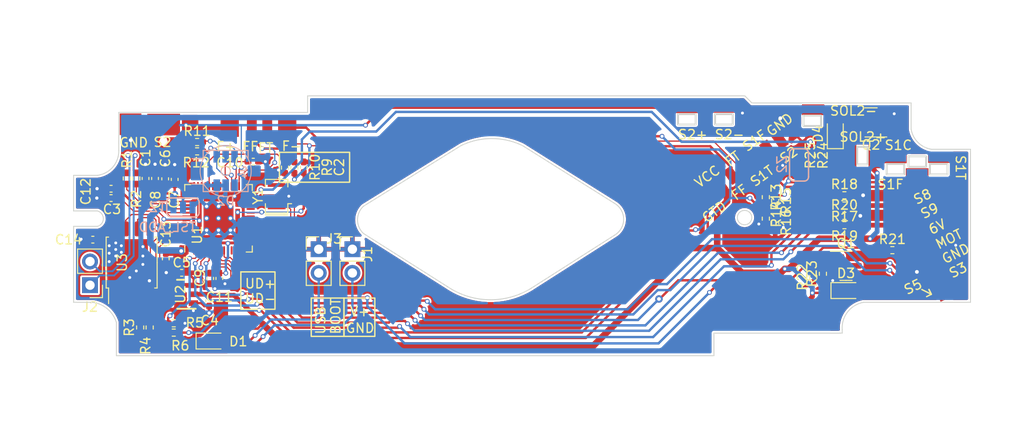
<source format=kicad_pcb>
(kicad_pcb (version 20221018) (generator pcbnew)
  (layers (0 "F.Cu" signal) (31 "B.Cu" signal) (34 "B.Paste" user) (35 "F.Paste" user) (36 "B.SilkS" user "B.Silkscreen") (37 "F.SilkS" user "F.Silkscreen") (38 "B.Mask" user) (39 "F.Mask" user) (44 "Edge.Cuts" user))
  (net 0 "")
  (net 1 "+1V1")
  (net 2 "GND")
  (net 3 "VCC")
  (net 4 "/S8")
  (net 5 "/S8-3")
  (net 6 "/S3")
  (net 7 "/S5")
  (net 8 "+3.3V")
  (net 12 "/XIN")
  (net 13 "/XOUT")
  (net 27 "Net-(U1-USB_DP)")
  (net 28 "/USB_D+")
  (net 29 "Net-(U1-USB_DM)")
  (net 30 "/USB_D-")
  (net 31 "/~{USB_BOOT}")
  (net 32 "/QSPI_SS")
  (net 33 "/QSPI_SD3")
  (net 34 "/QSPI_SCLK")
  (net 35 "/QSPI_SD0")
  (net 36 "/QSPI_SD2")
  (net 37 "/QSPI_SD1")
  (net 38 "/MOTOR")
  (net 39 "Net-(U1-GPIO5)")
  (net 40 "Net-(Q1-G)")
  (net 41 "/S9")
  (net 42 "/S9-3")
  (net 43 "/SOL2-")
  (net 44 "/SOL2_MCU")
  (net 45 "/GTD-3")
  (net 46 "/GTD-6")
  (net 47 "VBUS")
  (net 48 "/FF")
  (net 49 "/FT")
  (net 50 "/FT-3")
  (net 52 "/SCL0")
  (net 53 "/SDA0")
  (net 54 "/S1T")
  (net 55 "/S1T-3")
  (net 56 "/S2")
  (net 57 "/SCL1")
  (net 58 "/SDA1")
  (net 59 "/S1F")
  (net 60 "/S1F-3")
  (net 61 "/S1F_FPC")
  (net 62 "/URAT0_TX")
  (net 63 "/URAT0_RX")
  (net 64 "/SOL1-")
  (net 65 "Net-(Q2-G)")
  (net 66 "/SOL1_MCU")
  (net 71 "/S1F_PF")
  (footprint "Resistor_SMD:R_0402_1005Metric_Pad0.72x0.64mm_HandSolder" (layer "F.Cu") (at 48 65.44 -90)
    (fp_text reference "R10")
    (fp_text value "120")
  )
  (footprint "Capacitor_SMD:C_0402_1005Metric_Pad0.74x0.62mm_HandSolder" (layer "F.Cu") (at 34.1 66.6 90)
    (fp_text reference "C8")
    (fp_text value "100n")
  )
  (footprint "Resistor_SMD:R_0402_1005Metric_Pad0.72x0.64mm_HandSolder" (layer "F.Cu") (at 38.6 63.7)
    (fp_text reference "R12")
    (fp_text value "10k")
  )
  (footprint "Resistor_SMD:R_0402_1005Metric_Pad0.72x0.64mm_HandSolder" (layer "F.Cu") (at 31.084 66.6 90)
    (fp_text reference "R1")
    (fp_text value "27.4")
  )
  (footprint "Package_TO_SOT_SMD:SOT-23" (layer "F.Cu") (at 110.65 60.6 180)
    (fp_text reference "Q2")
    (fp_text value "Q_NMOS_GSD")
  )
  (footprint "Resistor_SMD:R_0402_1005Metric_Pad0.72x0.64mm_HandSolder" (layer "F.Cu") (at 105.325 64.125 90)
    (fp_text reference "R25")
    (fp_text value "100k")
  )
  (footprint "OPSX:sx70" (layer "F.Cu") (at 70 70)
    (fp_text reference "sx1" hide)
    (fp_text value "sx~")
    (fp_line (start -44.602401 -3.7338) (end -42.062401 -3.7338) (stroke (width 0.1)) (layer "Edge.Cuts"))
    (fp_line (start -44.602401 0.0762) (end -44.602401 -3.7338) (stroke (width 0.1)) (layer "Edge.Cuts"))
    (fp_line (start -44.602401 1.7272) (end -42.062401 1.7272) (stroke (width 0.1)) (layer "Edge.Cuts"))
    (fp_line (start -44.602401 9.8552) (end -44.602401 1.7272) (stroke (width 0.1)) (layer "Edge.Cuts"))
    (fp_line (start -42.570401 9.8552) (end -44.602401 9.8552) (stroke (width 0.1)) (layer "Edge.Cuts"))
    (fp_line (start -42.062401 0.0762) (end -44.602401 0.0762) (stroke (width 0.1)) (layer "Edge.Cuts"))
    (fp_line (start -40.030401 15.5702) (end -40.030401 12.0142) (stroke (width 0.1)) (layer "Edge.Cuts"))
    (fp_line (start -39.776401 -10.4648) (end -39.776401 -6.4008) (stroke (width 0.1)) (layer "Edge.Cuts"))
    (fp_line (start -39.776401 -10.4648) (end -19.583401 -10.4648) (stroke (width 0.1)) (layer "Edge.Cuts"))
    (fp_line (start -19.583401 -12.2428) (end 27.152599 -12.2428) (stroke (width 0.1)) (layer "Edge.Cuts"))
    (fp_line (start -19.583401 -10.4648) (end -19.583401 -12.2428) (stroke (width 0.1)) (layer "Edge.Cuts"))
    (fp_line (start -13.614401 -0.4318) (end -3.200401 -6.9088) (stroke (width 0.1)) (layer "Edge.Cuts"))
    (fp_line (start -13.614401 2.4892) (end -4.597401 8.2042) (stroke (width 0.1)) (layer "Edge.Cuts"))
    (fp_line (start 3.403599 -6.9088) (end 13.309599 -0.6858) (stroke (width 0.1)) (layer "Edge.Cuts"))
    (fp_line (start 13.309599 2.6162) (end 4.546599 8.2042) (stroke (width 0.1)) (layer "Edge.Cuts"))
    (fp_line (start 23.850599 13.1572) (end 23.850599 15.5702) (stroke (width 0.1)) (layer "Edge.Cuts"))
    (fp_line (start 23.850599 15.5702) (end -40.030401 15.5702) (stroke (width 0.1)) (layer "Edge.Cuts"))
    (fp_line (start 27.152599 -12.2428) (end 27.914599 -11.4808) (stroke (width 0.1)) (layer "Edge.Cuts"))
    (fp_line (start 27.914599 -11.4808) (end 44.932599 -11.4808) (stroke (width 0.1)) (layer "Edge.Cuts"))
    (fp_line (start 37.566599 12.7762) (end 37.566599 13.1572) (stroke (width 0.1)) (layer "Edge.Cuts"))
    (fp_line (start 37.566599 13.1572) (end 23.850599 13.1572) (stroke (width 0.1)) (layer "Edge.Cuts"))
    (fp_line (start 44.932599 -11.4808) (end 44.932599 -8.6868) (stroke (width 0.1)) (layer "Edge.Cuts"))
    (fp_line (start 47.091599 -6.5278) (end 51.282599 -6.5278) (stroke (width 0.1)) (layer "Edge.Cuts"))
    (fp_line (start 51.282599 -6.5278) (end 51.282599 9.8552) (stroke (width 0.1)) (layer "Edge.Cuts"))
    (fp_line (start 51.282599 9.8552) (end 39.852599 9.8552) (stroke (width 0.1)) (layer "Edge.Cuts"))
    (fp_rect (start 20.015199 -10.287) (end 21.894799 -9.1694) (stroke (width 0.2)) (fill none) (layer "Edge.Cuts"))
    (fp_rect (start 23.977599 -10.287) (end 25.857199 -9.1694) (stroke (width 0.2)) (fill none) (layer "Edge.Cuts"))
    (fp_rect (start 33.426399 -10.1346) (end 35.305999 -9.017) (stroke (width 0.2)) (fill none) (layer "Edge.Cuts"))
    (fp_rect (start 39.166799 -4.9022) (end 40.284399 -6.7818) (stroke (width 0.2)) (fill none) (layer "Edge.Cuts"))
    (fp_rect (start 42.316399 -4.953) (end 44.195999 -3.8354) (stroke (width 0.2)) (fill none) (layer "Edge.Cuts"))
    (fp_rect (start 44.653199 -5.7658) (end 46.532799 -4.6482) (stroke (width 0.2)) (fill none) (layer "Edge.Cuts"))
    (fp_rect (start 46.939199 -4.953) (end 48.818799 -3.8354) (stroke (width 0.2)) (fill none) (layer "Edge.Cuts"))
    (fp_arc (start -42.570401 9.8552) (mid -40.983915 10.562363) (end -40.030401 12.0142) (stroke (width 0.1)) (layer "Edge.Cuts"))
    (fp_arc (start -42.062401 0.0762) (mid -41.427401 0.9017) (end -42.062401 1.7272) (stroke (width 0.1)) (layer "Edge.Cuts"))
    (fp_arc (start -39.776401 -6.4008) (mid -40.406919 -4.628029) (end -42.062401 -3.7338) (stroke (width 0.1)) (layer "Edge.Cuts"))
    (fp_arc (start -13.614401 2.4892) (mid -14.249401 1.0287) (end -13.614401 -0.4318) (stroke (width 0.1)) (layer "Edge.Cuts"))
    (fp_arc (start -3.2004 -6.9088) (mid 0.101599 -7.6708) (end 3.403599 -6.9088) (stroke (width 0.1)) (layer "Edge.Cuts"))
    (fp_arc (start 4.546599 8.2042) (mid -0.025401 9.582063) (end -4.597401 8.2042) (stroke (width 0.1)) (layer "Edge.Cuts"))
    (fp_arc (start 13.309599 -0.685799) (mid 14.198599 0.9652) (end 13.309599 2.6162) (stroke (width 0.1)) (layer "Edge.Cuts"))
    (fp_arc (start 37.566599 12.7762) (mid 38.150724 10.878322) (end 39.852599 9.855201) (stroke (width 0.1)) (layer "Edge.Cuts"))
    (fp_arc (start 47.091599 -6.5278) (mid 45.664323 -7.259524) (end 44.932599 -8.6868) (stroke (width 0.1)) (layer "Edge.Cuts"))
    (fp_circle (center 27.127199 0.7874) (end 27.89971 0.7874) (stroke (width 0.1)) (fill none) (layer "Edge.Cuts"))
  )
  (footprint "Package_TO_SOT_SMD:SOT-23" (layer "F.Cu") (at 107.975 75.95)
    (fp_text reference "Q1")
    (fp_text value "Q_NMOS_GSD")
  )
  (footprint "Resistor_SMD:R_0402_1005Metric_Pad0.72x0.64mm_HandSolder" (layer "F.Cu") (at 100.4 69 -90)
    (fp_text reference "R15")
    (fp_text value "100")
  )
  (footprint "Connector_PinHeader_2.54mm:PinHeader_1x02_P2.54mm_Vertical" (layer "F.Cu") (at 27.15 78.025 180)
    (fp_text reference "J2")
    (fp_text value "Conn_01x02")
  )
  (footprint "Capacitor_SMD:C_0402_1005Metric_Pad0.74x0.62mm_HandSolder" (layer "F.Cu") (at 39.884 79.7 -90)
    (fp_text reference "C4")
    (fp_text value "0.1u")
  )
  (footprint "Capacitor_SMD:C_0402_1005Metric_Pad0.74x0.62mm_HandSolder" (layer "F.Cu") (at 27.45 73.15 180)
    (fp_text reference "C14")
    (fp_text value "100n")
  )
  (footprint "Capacitor_SMD:C_0402_1005Metric_Pad0.74x0.62mm_HandSolder" (layer "F.Cu") (at 35.184 66.6405 90)
    (fp_text reference "C6")
    (fp_text value "100n")
  )
  (footprint "Resistor_SMD:R_0402_1005Metric_Pad0.72x0.64mm_HandSolder" (layer "F.Cu") (at 100.4 71.3 -90)
    (fp_text reference "R16")
    (fp_text value "120")
  )
  (footprint "Capacitor_SMD:C_0402_1005Metric_Pad0.74x0.62mm_HandSolder" (layer "F.Cu") (at 50 65.4 90)
    (fp_text reference "C2")
    (fp_text value "100n")
  )
  (footprint "Resistor_SMD:R_0402_1005Metric_Pad0.72x0.64mm_HandSolder" (layer "F.Cu") (at 36.1025 83.1 180)
    (fp_text reference "R6")
    (fp_text value "100")
  )
  (footprint "Resistor_SMD:R_0402_1005Metric_Pad0.72x0.64mm_HandSolder" (layer "F.Cu") (at 99.4 70.9 -90)
    (fp_text reference "R14")
    (fp_text value "120")
  )
  (footprint "Capacitor_SMD:C_0402_1005Metric_Pad0.74x0.62mm_HandSolder" (layer "F.Cu") (at 44.6 64.8)
    (fp_text reference "C10")
    (fp_text value "100n")
  )
  (footprint "Resistor_SMD:R_0402_1005Metric_Pad0.72x0.64mm_HandSolder" (layer "F.Cu") (at 105.5 76.8 90)
    (fp_text reference "R23")
    (fp_text value "100k")
  )
  (footprint "Crystal:Resonator_SMD_Murata_CSTxExxV-3Pin_3.0x1.1mm" (layer "F.Cu") (at 47.1 68.5 90)
    (fp_text reference "Y1")
    (fp_text value "Crystal_GND2")
  )
  (footprint "Diode_SMD:D_SOD-323" (layer "F.Cu") (at 106.825 61.8 90)
    (fp_text reference "D4")
    (fp_text value "1N4148WS")
  )
  (footprint "Resistor_SMD:R_0402_1005Metric_Pad0.72x0.64mm_HandSolder" (layer "F.Cu") (at 107.8 68.4)
    (fp_text reference "R18")
    (fp_text value "120")
  )
  (footprint "Resistor_SMD:R_0402_1005Metric_Pad0.72x0.64mm_HandSolder" (layer "F.Cu") (at 36.1025 82.1)
    (fp_text reference "R5")
    (fp_text value "120")
  )
  (footprint "Resistor_SMD:R_0402_1005Metric_Pad0.72x0.64mm_HandSolder" (layer "F.Cu") (at 107.8 71.6 180)
    (fp_text reference "R19")
    (fp_text value "100")
  )
  (footprint "Connector_PinHeader_2.54mm:PinHeader_1x02_P2.54mm_Vertical" (layer "F.Cu") (at 55.2 74.175)
    (fp_text reference "J1")
    (fp_text value "Conn_01x02")
  )
  (footprint "Resistor_SMD:R_0402_1005Metric_Pad0.72x0.64mm_HandSolder" (layer "F.Cu") (at 49 65.44 90)
    (fp_text reference "R9")
    (fp_text value "100")
  )
  (footprint "Resistor_SMD:R_0402_1005Metric_Pad0.72x0.64mm_HandSolder" (layer "F.Cu") (at 107.8 69.5 180)
    (fp_text reference "R17")
    (fp_text value "100")
  )
  (footprint "Capacitor_SMD:C_0402_1005Metric_Pad0.74x0.62mm_HandSolder" (layer "F.Cu") (at 29.4 67.7 180)
    (fp_text reference "C12")
    (fp_text value "100n")
  )
  (footprint "Diode_SMD:D_SOD-323" (layer "F.Cu") (at 107.975 78.6)
    (fp_text reference "D3")
    (fp_text value "1N4148WS")
  )
  (footprint "Diode_SMD:D_SOD-323" (layer "F.Cu") (at 40.1 84)
    (fp_text reference "D1")
    (fp_text value "1N4148WS")
  )
  (footprint "Resistor_SMD:R_0402_1005Metric_Pad0.72x0.64mm_HandSolder" (layer "F.Cu") (at 104.325 64.15 -90)
    (fp_text reference "R24")
    (fp_text value "100")
  )
  (footprint "Package_SO:SOIC-8_5.23x5.23mm_P1.27mm" (layer "F.Cu") (at 31.6 75.6 90)
    (fp_text reference "U3")
    (fp_text value "W25Q128JVS")
  )
  (footprint "Capacitor_SMD:C_0402_1005Metric_Pad0.74x0.62mm_HandSolder" (layer "F.Cu") (at 36.2 66.7 90)
    (fp_text reference "C7")
    (fp_text value "100n")
  )
  (footprint "Capacitor_SMD:C_0402_1005Metric_Pad0.74x0.62mm_HandSolder" (layer "F.Cu") (at 33.084 66.6 90)
    (fp_text reference "C1")
    (fp_text value "100n")
  )
  (footprint "Resistor_SMD:R_0402_1005Metric_Pad0.72x0.64mm_HandSolder" (layer "F.Cu") (at 32.1 66.6 90)
    (fp_text reference "R2")
    (fp_text value "27.4")
  )
  (footprint "Resistor_SMD:R_0402_1005Metric_Pad0.72x0.64mm_HandSolder" (layer "F.Cu") (at 112.9275 74.275)
    (fp_text reference "R21")
    (fp_text value "100")
  )
  (footprint "Connector_PinHeader_2.54mm:PinHeader_1x02_P2.54mm_Vertical" (layer "F.Cu") (at 51.6 74.175)
    (fp_text reference "J3")
    (fp_text value "Conn_01x02")
  )
  (footprint "Resistor_SMD:R_0402_1005Metric_Pad0.72x0.64mm_HandSolder" (layer "F.Cu") (at 38.6 62.7)
    (fp_text reference "R11")
    (fp_text value "10k")
  )
  (footprint "Resistor_SMD:R_0402_1005Metric_Pad0.72x0.64mm_HandSolder" (layer "F.Cu") (at 33.528 82.55 90)
    (fp_text reference "R4")
    (fp_text value "10k")
  )
  (footprint "Resistor_SMD:R_0402_1005Metric_Pad0.72x0.64mm_HandSolder" (layer "F.Cu") (at 99.4 68.6 -90)
    (fp_text reference "R13")
    (fp_text value "100")
  )
  (footprint "Capacitor_SMD:C_0402_1005Metric_Pad0.74x0.62mm_HandSolder" (layer "F.Cu") (at 29.4 68.7 180)
    (fp_text reference "C3")
    (fp_text value "1u")
  )
  (footprint "Resistor_SMD:R_0402_1005Metric_Pad0.72x0.64mm_HandSolder" (layer "F.Cu") (at 107.7975 70.6)
    (fp_text reference "R20")
    (fp_text value "120")
  )
  (footprint "Capacitor_SMD:C_0402_1005Metric_Pad0.74x0.62mm_HandSolder" (layer "F.Cu") (at 40 77.3 -90)
    (fp_text reference "C9")
    (fp_text value "100n")
  )
  (footprint "Capacitor_SMD:C_0402_1005Metric_Pad0.74x0.62mm_HandSolder" (layer "F.Cu") (at 35.25 75.2 -90)
    (fp_text reference "C13")
    (fp_text value "1u")
  )
  (footprint "Capacitor_SMD:C_0402_1005Metric_Pad0.74x0.62mm_HandSolder" (layer "F.Cu") (at 36.95 76.7 180)
    (fp_text reference "C5")
    (fp_text value "1u")
  )
  (footprint "RP2040_minimal:RP2040-QFN-56" (layer "F.Cu") (at 40.8875 70.8625 90)
    (fp_text reference "U1")
    (fp_text value "RP2040")
  )
  (footprint "Resistor_SMD:R_0402_1005Metric_Pad0.72x0.64mm_HandSolder" (layer "F.Cu") (at 32.512 82.55 90)
    (fp_text reference "R3")
    (fp_text value "1k")
  )
  (footprint "TI_footprints:DBV0005A_N" (layer "F.Cu") (at 36.825 78.994 180)
    (fp_text reference "U2")
    (fp_text value "TLV70430DBVR")
  )
  (footprint "Resistor_SMD:R_0402_1005Metric_Pad0.72x0.64mm_HandSolder" (layer "F.Cu") (at 104.475 77.15 90)
    (fp_text reference "R22")
    (fp_text value "100")
  )
  (footprint "Capacitor_SMD:C_0402_1005Metric_Pad0.74x0.62mm_HandSolder" (layer "F.Cu") (at 40.975 77.3 -90)
    (fp_text reference "C11")
    (fp_text value "100n")
  )
  (footprint "OptoDevice:Osram_SFH2430" (layer "B.Cu") (at 41.65 65.8)
    (fp_text reference "D2")
    (fp_text value "SFH2430")
  )
  (footprint "OPSX:Selector_default" (layer "B.Cu") (at 103 65.1 -90)
    (fp_text reference "Z2")
    (fp_text value "~")
  )
  (footprint "OPSX:TMB6-1.55-3.8X2.6MM" (layer "B.Cu") (at 41.65 65.8 90)
    (fp_text reference "U4")
    (fp_text value "OPTICAL-TSL2561T(6P-3.8X2.6MM)")
  )
  (footprint "OPSX:Selector_default" (layer "B.Cu") (at 37.0332 69.6492)
    (fp_text reference "Z1")
    (fp_text value "~")
  )
  (gr_rect locked (start 43.275 76.6) (end 46.925 80.6) (stroke (width 0.15)) (fill none) (layer "F.SilkS"))
  (gr_rect (start 54.3 79.4) (end 57.6 83.5) (stroke (width 0.15)) (fill none) (layer "F.SilkS"))
  (gr_line (start 116.84 78.486) (end 117.094 78.994) (stroke (width 0.15)) (layer "F.SilkS"))
  (gr_rect (start 47.4 63.8) (end 54.9 67) (stroke (width 0.15)) (fill none) (layer "F.SilkS"))
  (gr_line (start 117.094 78.994) (end 116.586 79.248) (stroke (width 0.15)) (layer "F.SilkS"))
  (gr_rect (start 50.8 79.4) (end 54.3 83.5) (stroke (width 0.15)) (fill none) (layer "F.SilkS"))
  (gr_line (start 116.078 78.486) (end 117.094 78.994) (stroke (width 0.15)) (layer "F.SilkS"))
  (gr_line (start 117.094 78.994) (end 116.84 78.486) (stroke (width 0.15)) (layer "F.SilkS"))
  (gr_text "TSL_ADD" (at 38.6 72.4) (layer "B.SilkS") (effects (font (size 1 1)) (justify left bottom mirror)))
  (gr_text "V+" (at 54.85 81.425) (layer "F.SilkS") (effects (font (size 1 1)) (justify left bottom)))
  (gr_text locked "UD+\nUD-" (at 43.625 80.05) (layer "F.SilkS") (effects (font (size 1 1)) (justify left bottom)))
  (gr_text "GND" (at 30.2 63.35) (layer "F.SilkS") (effects (font (size 1 1)) (justify left bottom)))
  (gr_text "GND" (at 54.4 83.2) (layer "F.SilkS") (effects (font (size 1 1)) (justify left bottom)))
  (gr_text "USB\nBOOT" (at 54 83.375 90) (layer "F.SilkS") (effects (font (size 1 1)) (justify left bottom)))
  (gr_text "S2" (at 33.85 63.3) (layer "F.SilkS") (effects (font (size 1 1)) (justify left bottom)))
  (segment (start 33.45 68.65) (end 35.65 68.65) (width 0.127) (layer "F.Cu") (net 1))
  (segment (start 33.084 68.284) (end 33.45 68.65) (width 0.127) (layer "F.Cu") (net 1))
  (segment (start 36.06 69.06) (end 37.4475 69.06) (width 0.127) (layer "F.Cu") (net 1))
  (segment (start 35.045 70.953) (end 35.045 70.745) (width 0.127) (layer "F.Cu") (net 1))
  (segment (start 35.045 70.953) (end 35.1545 71.0625) (width 0.127) (layer "F.Cu") (net 1))
  (segment (start 35.65 68.65) (end 36.06 69.06) (width 0.127) (layer "F.Cu") (net 1))
  (segment (start 35.045 70.745) (end 34.4 70.1) (width 0.127) (layer "F.Cu") (net 1))
  (segment (start 37.4475 69.06) (end 37.45 69.0625) (width 0.127) (layer "F.Cu") (net 1))
  (segment (start 30.4 68.7) (end 29.9675 68.7) (width 0.127) (layer "F.Cu") (net 1))
  (segment (start 50 65.9675) (end 50 69.8) (width 0.254) (layer "F.Cu") (net 1))
  (segment (start 31.8 70.1) (end 30.4 68.7) (width 0.127) (layer "F.Cu") (net 1))
  (segment (start 45.4375 70.2625) (end 44.325 70.2625) (width 0.127) (layer "F.Cu") (net 1))
  (segment (start 35.045 70.953) (end 35.163 71.071) (width 0.127) (layer "F.Cu") (net 1))
  (segment (start 35.1545 71.0625) (end 37.45 71.0625) (width 0.127) (layer "F.Cu") (net 1))
  (segment (start 33.084 67.1675) (end 33.084 68.284) (width 0.127) (layer "F.Cu") (net 1))
  (segment (start 34.4 70.1) (end 31.8 70.1) (width 0.127) (layer "F.Cu") (net 1))
  (segment (start 50 69.8) (end 49.7 70.1) (width 0.254) (layer "F.Cu") (net 1))
  (segment (start 45.5 70.2) (end 45.4375 70.2625) (width 0.127) (layer "F.Cu") (net 1))
  (via (at 49.7 70.1) (size 0.51) (drill 0.31) (layers "F.Cu" "B.Cu") (net 1))
  (via (at 45.5 70.2) (size 0.51) (drill 0.31) (layers "F.Cu" "B.Cu") (net 1))
  (via (at 42.942 70.223544) (size 0.51) (drill 0.31) (layers "F.Cu" "B.Cu") (net 1))
  (via (at 38.833 71.1115) (size 0.51) (drill 0.31) (layers "F.Cu" "B.Cu") (net 1))
  (via (at 35.045 70.953) (size 0.51) (drill 0.31) (layers "F.Cu" "B.Cu") (net 1))
  (segment (start 49.6 70.2) (end 45.5 70.2) (width 0.127) (layer "B.Cu") (net 1))
  (segment (start 35.045 70.953) (end 38.6745 70.953) (width 0.127) (layer "B.Cu") (net 1))
  (segment (start 45.476456 70.223544) (end 45.5 70.2) (width 0.127) (layer "B.Cu") (net 1))
  (segment (start 38.6745 70.953) (end 38.833 71.1115) (width 0.127) (layer "B.Cu") (net 1))
  (segment (start 49.7 70.1) (end 49.6 70.2) (width 0.127) (layer "B.Cu") (net 1))
  (segment (start 42.942 70.223544) (end 45.476456 70.223544) (width 0.127) (layer "B.Cu") (net 1))
  (segment (start 96.291 58.991) (end 94.902 58.991) (width 0.7) (layer "F.Cu") (net 2))
  (segment (start 108.395 70.6) (end 109.5 70.6) (width 0.508) (layer "F.Cu") (net 2))
  (segment (start 35.25 75.7675) (end 35.25 76.625) (width 0.254) (layer "F.Cu") (net 2))
  (segment (start 31.483594 62.483594) (end 31.5 62.5) (width 0.254) (layer "F.Cu") (net 2))
  (segment (start 40.3 77.8675) (end 40.3 77.8955) (width 0.254) (layer "F.Cu") (net 2))
  (segment (start 36.7 82.1) (end 37.3 82.1) (width 0.254) (layer "F.Cu") (net 2))
  (segment (start 100.95 60.31) (end 102.2072 61.5672) (width 0.254) (layer "F.Cu") (net 2))
  (segment (start 99.4 71.4975) (end 98.6725 71.4975) (width 0.254) (layer "F.Cu") (net 2))
  (segment (start 35.325 76.7) (end 35.3 76.675) (width 0.254) (layer "F.Cu") (net 2))
  (segment (start 35.184 66.073) (end 35.184 65.1165) (width 0.254) (layer "F.Cu") (net 2))
  (segment (start 102.2072 61.5672) (end 103.39 62.75) (width 0.254) (layer "F.Cu") (net 2))
  (segment (start 34.1 66.0325) (end 34.1 65.076) (width 0.254) (layer "F.Cu") (net 2))
  (segment (start 98.6725 71.4975) (end 98.65 71.475) (width 0.254) (layer "F.Cu") (net 2))
  (segment (start 47.6625 65.7) (end 48 66.0375) (width 0.127) (layer "F.Cu") (net 2))
  (segment (start 45.9 64.8) (end 45.1675 64.8) (width 0.254) (layer "F.Cu") (net 2))
  (segment (start 45.724718 71.974718) (end 45.6125 71.8625) (width 0.127) (layer "F.Cu") (net 2))
  (segment (start 96.9 59.6) (end 96.291 58.991) (width 0.7) (layer "F.Cu") (net 2))
  (segment (start 115.55 76.6) (end 116.562 75.588) (width 0.7) (layer "F.Cu") (net 2))
  (segment (start 38.200001 80.750001) (end 38.200001 79.944001) (width 0.254) (layer "F.Cu") (net 2))
  (segment (start 41.575 77.8675) (end 40.975 77.8675) (width 0.254) (layer "F.Cu") (net 2))
  (segment (start 101.2025 71.8975) (end 101.275 71.825) (width 0.254) (layer "F.Cu") (net 2))
  (segment (start 33.505 77.555) (end 33.505 79.2) (width 0.127) (layer "F.Cu") (net 2))
  (segment (start 107.0375 76.9) (end 107.0375 77.0375) (width 0.254) (layer "F.Cu") (net 2))
  (segment (start 33.5 77.55) (end 33.505 77.555) (width 0.127) (layer "F.Cu") (net 2))
  (segment (start 39.044001 79.944001) (end 38.200001 79.944001) (width 0.254) (layer "F.Cu") (net 2))
  (segment (start 39.3675 80.2675) (end 39.044001 79.944001) (width 0.254) (layer "F.Cu") (net 2))
  (segment (start 39.884 80.2675) (end 39.3675 80.2675) (width 0.254) (layer "F.Cu") (net 2))
  (segment (start 26.8825 73.15) (end 26.25 73.15) (width 0.127) (layer "F.Cu") (net 2))
  (segment (start 45.724718 71.9805) (end 45.724718 71.974718) (width 0.127) (layer "F.Cu") (net 2))
  (segment (start 108.3975 68.4) (end 109.8 68.4) (width 0.508) (layer "F.Cu") (net 2))
  (segment (start 33.084 66.0325) (end 33.084 65.076) (width 0.254) (layer "F.Cu") (net 2))
  (segment (start 45.6125 71.8625) (end 44.325 71.8625) (width 0.127) (layer "F.Cu") (net 2))
  (segment (start 28.8575 67.69) (end 27.901 67.69) (width 0.127) (layer "F.Cu") (net 2))
  (segment (start 47.1 68.5) (end 48.4 68.5) (width 0.127) (layer "F.Cu") (net 2))
  (segment (start 106.4225 77.3975) (end 106.55 77.525) (width 0.254) (layer "F.Cu") (net 2))
  (segment (start 103.39 62.75) (end 103.45 62.75) (width 0.254) (layer "F.Cu") (net 2))
  (segment (start 116.562 75.588) (end 117.244 75.588) (width 0.254) (layer "F.Cu") (net 2))
  (segment (start 117.862 75.588) (end 117.244 75.588) (width 0.254) (layer "F.Cu") (net 2))
  (segment (start 36.3825 76.7) (end 35.325 76.7) (width 0.254) (layer "F.Cu") (net 2))
  (segment (start 39.884 80.2675) (end 39.884 81) (width 0.254) (layer "F.Cu") (net 2))
  (segment (start 100.95 60.15) (end 100.95 60.31) (width 0.254) (layer "F.Cu") (net 2))
  (segment (start 107.0375 77.0375) (end 106.55 77.525) (width 0.254) (layer "F.Cu") (net 2))
  (segment (start 111.5875 59.65) (end 113.1 59.65) (width 0.254) (layer "F.Cu") (net 2))
  (segment (start 100.4 71.8975) (end 101.2025 71.8975) (width 0.254) (layer "F.Cu") (net 2))
  (segment (start 26.25 73.15) (end 26.2 73.1) (width 0.127) (layer "F.Cu") (net 2))
  (segment (start 113.1 59.65) (end 113.125 59.675) (width 0.254) (layer "F.Cu") (net 2))
  (segment (start 36.2 66.1325) (end 36.2 65.1165) (width 0.254) (layer "F.Cu") (net 2))
  (segment (start 119.7 73.75) (end 117.862 75.588) (width 0.7) (layer "F.Cu") (net 2))
  (segment (start 27.876 68.7) (end 28.8425 68.7) (width 0.127) (layer "F.Cu") (net 2))
  (segment (start 40 77.8955) (end 40.5 78.3955) (width 0.254) (layer "F.Cu") (net 2))
  (segment (start 31.483594 60.801428) (end 31.483594 62.483594) (width 0.254) (layer "F.Cu") (net 2))
  (segment (start 35.25 76.625) (end 35.3 76.675) (width 0.254) (layer "F.Cu") (net 2))
  (segment (start 47.3 65.7) (end 47.6625 65.7) (width 0.127) (layer "F.Cu") (net 2))
  (segment (start 105.5 77.3975) (end 106.4225 77.3975) (width 0.254) (layer "F.Cu") (net 2))
  (via (at 32.8 73.9) (size 0.51) (drill 0.31) (layers "F.Cu" "B.Cu") (net 2))
  (via (at 113.125 59.675) (size 0.51) (drill 0.31) (layers "F.Cu" "B.Cu") (net 2))
  (via (at 29.2 74.6) (size 0.51) (drill 0.31) (layers "F.Cu" "B.Cu") (net 2))
  (via (at 38.200001 80.750001) (size 0.51) (drill 0.31) (layers "F.Cu" "B.Cu") (net 2))
  (via (at 106.55 77.525) (size 0.51) (drill 0.31) (layers "F.Cu" "B.Cu") (net 2))
  (via (at 119.7 73.75) (size 0.51) (drill 0.31) (layers "F.Cu" "B.Cu") (net 2))
  (via (at 48.4 68.5) (size 0.51) (drill 0.31) (layers "F.Cu" "B.Cu") (net 2))
  (via (at 29.2 73.8) (size 0.51) (drill 0.31) (layers "F.Cu" "B.Cu") (net 2))
  (via (at 41.575 77.8675) (size 0.51) (drill 0.31) (layers "F.Cu" "B.Cu") (net 2))
  (via (at 35.3 76.675) (size 0.6) (drill 0.35) (layers "F.Cu" "B.Cu") (net 2))
  (via (at 30.5 73.8) (size 0.51) (drill 0.31) (layers "F.Cu" "B.Cu") (net 2))
  (via (at 30.5 74.5) (size 0.51) (drill 0.31) (layers "F.Cu" "B.Cu") (net 2))
  (via (at 33.084 65.076) (size 0.6) (drill 0.35) (layers "F.Cu" "B.Cu") (net 2))
  (via (at 26.2 73.1) (size 0.51) (drill 0.31) (layers "F.Cu" "B.Cu") (net 2))
  (via (at 33.5 77.55) (size 0.6) (drill 0.35) (layers "F.Cu" "B.Cu") (net 2))
  (via (at 29.9 74.2) (size 0.51) (drill 0.31) (layers "F.Cu" "B.Cu") (net 2))
  (via (at 29.9 73.5) (size 0.51) (drill 0.31) (layers "F.Cu" "B.Cu") (net 2))
  (via (at 36.2 65.1165) (size 0.6) (drill 0.35) (layers "F.Cu" "B.Cu") (net 2))
  (via (at 32.1 76.5) (size 0.51) (drill 0.31) (layers "F.Cu" "B.Cu") (net 2))
  (via (at 37.3 82.1) (size 0.51) (drill 0.31) (layers "F.Cu" "B.Cu") (net 2))
  (via (at 29.9 74.9) (size 0.51) (drill 0.31) (layers "F.Cu" "B.Cu") (net 2))
  (via (at 34.1 65.076) (size 0.6) (drill 0.35) (layers "F.Cu" "B.Cu") (net 2))
  (via (at 27.901 67.69) (size 0.6) (drill 0.35) (layers "F.Cu" "B.Cu") (net 2))
  (via (at 98.65 71.475) (size 0.51) (drill 0.31) (layers "F.Cu" "B.Cu") (net 2))
  (via (at 27.876 68.7) (size 0.6) (drill 0.35) (layers "F.Cu" "B.Cu") (net 2))
  (via (at 29.2 75.5) (size 0.51) (drill 0.31) (layers "F.Cu" "B.Cu") (net 2))
  (via (at 109.5 70.6) (size 0.8) (drill 0.4) (layers "F.Cu" "B.Cu") (net 2))
  (via (at 31.4 77.2) (size 0.51) (drill 0.31) (layers "F.Cu" "B.Cu") (net 2))
  (via (at 31.5 62.5) (size 0.8) (drill 0.4) (layers "F.Cu" "B.Cu") (net 2))
  (via (at 32.8 74.9) (size 0.51) (drill 0.31) (layers "F.Cu" "B.Cu") (net 2))
  (via (at 35.184 65.1165) (size 0.6) (drill 0.35) (layers "F.Cu" "B.Cu") (net 2))
  (via (at 100.95 60.15) (size 0.8) (drill 0.4) (layers "F.Cu" "B.Cu") (net 2))
  (via (at 45.9 64.8) (size 0.51) (drill 0.31) (layers "F.Cu" "B.Cu") (net 2))
  (via (at 47.3 65.7) (size 0.51) (drill 0.31) (layers "F.Cu" "B.Cu") (net 2))
  (via (at 101.275 71.825) (size 0.51) (drill 0.31) (layers "F.Cu" "B.Cu") (net 2))
  (via (at 109.8 68.4) (size 0.8) (drill 0.4) (layers "F.Cu" "B.Cu") (net 2))
  (via (at 39.884 81) (size 0.6) (drill 0.35) (layers "F.Cu" "B.Cu") (net 2))
  (via (at 115.55 76.6) (size 0.8) (drill 0.4) (layers "F.Cu" "B.Cu") (net 2))
  (via (at 32.8 75.8) (size 0.51) (drill 0.31) (layers "F.Cu" "B.Cu") (net 2))
  (via (at 96.9 59.6) (size 0.51) (drill 0.31) (layers "F.Cu" "B.Cu") (net 2))
  (via (at 40.5 78.3955) (size 0.51) (drill 0.31) (layers "F.Cu" "B.Cu") (net 2))
  (segment (start 37.084 69.7) (end 38.1 69.7) (width 0.127) (layer "B.Cu") (net 2))
  (segment (start 37.4 68.5) (end 37.084 68.816) (width 0.254) (layer "B.Cu") (net 2))
  (segment (start 37.084 68.816) (end 37.084 69.7) (width 0.254) (layer "B.Cu") (net 2))
  (segment (start 41.3 68.5) (end 37.4 68.5) (width 0.254) (layer "B.Cu") (net 2))
  (segment (start 41.65 68.15) (end 41.3 68.5) (width 0.254) (layer "B.Cu") (net 2))
  (segment (start 41.65 67.35) (end 41.65 68.15) (width 0.254) (layer "B.Cu") (net 2))
  (segment (start 110.9594 65.6844) (end 111.3 66.025) (width 0.508) (layer "F.Cu") (net 3))
  (segment (start 105.1 73.05) (end 110.55 73.05) (width 0.7) (layer "F.Cu") (net 3))
  (segment (start 40.375 82.675) (end 39.05 84) (width 0.254) (layer "F.Cu") (net 3))
  (segment (start 94.2 74.05) (end 91.42 74.05) (width 0.7) (layer "F.Cu") (net 3))
  (segment (start 94.440636 67.209938) (end 95.25 68.019302) (width 0.7) (layer "F.Cu") (net 3))
  (segment (start 94.2 74.05) (end 94.2 72.85) (width 0.7) (layer "F.Cu") (net 3))
  (segment (start 106.825 62.85) (end 106.825 63.35) (width 0.508) (layer "F.Cu") (net 3))
  (segment (start 39.884 79.1325) (end 39.7515 79) (width 0.254) (layer "F.Cu") (net 3))
  (segment (start 101.425 76.275) (end 101.875 76.275) (width 0.7) (layer "F.Cu") (net 3))
  (segment (start 95.25 69.05) (end 94.2 70.1) (width 0.7) (layer "F.Cu") (net 3))
  (segment (start 94.2 70.1) (end 94.2 72.85) (width 0.7) (layer "F.Cu") (net 3))
  (segment (start 115.101922 73.05) (end 110.55 73.05) (width 0.7) (layer "F.Cu") (net 3))
  (segment (start 39.884 79.1325) (end 39.7455 78.994) (width 0.5) (layer "F.Cu") (net 3))
  (segment (start 101 76.7) (end 96.85 76.7) (width 0.7) (layer "F.Cu") (net 3))
  (segment (start 45.6 82.15) (end 42.55 79.1) (width 0.5) (layer "F.Cu") (net 3))
  (segment (start 104.35 78.875) (end 104.375 78.85) (width 0.254) (layer "F.Cu") (net 3))
  (segment (start 42.55 79.1) (end 39.9165 79.1) (width 0.5) (layer "F.Cu") (net 3))
  (segment (start 107.623 64.148) (end 108.502281 64.148) (width 0.508) (layer "F.Cu") (net 3))
  (segment (start 45.6 82.15) (end 45.075 82.675) (width 0.254) (layer "F.Cu") (net 3))
  (segment (start 45.075 82.675) (end 40.375 82.675) (width 0.254) (layer "F.Cu") (net 3))
  (segment (start 47.925 84.475) (end 45.6 82.15) (width 0.7) (layer "F.Cu") (net 3))
  (segment (start 101.875 76.275) (end 105.1 73.05) (width 0.7) (layer "F.Cu") (net 3))
  (segment (start 113.1 64.242963) (end 113.250918 64.393881) (width 0.508) (layer "F.Cu") (net 3))
  (segment (start 103.5788 80.0462) (end 104.375 79.25) (width 0.508) (layer "F.Cu") (net 3))
  (segment (start 115.709701 72.442221) (end 115.101922 73.05) (width 0.7) (layer "F.Cu") (net 3))
  (segment (start 80.995 84.475) (end 47.925 84.475) (width 0.7) (layer "F.Cu") (net 3))
  (segment (start 39.7455 78.994) (end 38.5 78.994) (width 0.5) (layer "F.Cu") (net 3))
  (segment (start 91.42 74.05) (end 80.995 84.475) (width 0.7) (layer "F.Cu") (net 3))
  (segment (start 106.825 63.35) (end 107.623 64.148) (width 0.508) (layer "F.Cu") (net 3))
  (segment (start 96.85 76.7) (end 94.2 74.05) (width 0.7) (layer "F.Cu") (net 3))
  (segment (start 104.375 79.25) (end 104.375 78.85) (width 0.508) (layer "F.Cu") (net 3))
  (segment (start 95.25 68.019302) (end 95.25 69.05) (width 0.7) (layer "F.Cu") (net 3))
  (segment (start 103.5788 81.5316) (end 103.5788 80.0462) (width 0.508) (layer "F.Cu") (net 3))
  (segment (start 104.375 78.85) (end 106.675 78.85) (width 0.254) (layer "F.Cu") (net 3))
  (segment (start 106.675 78.85) (end 106.925 78.6) (width 0.254) (layer "F.Cu") (net 3))
  (segment (start 101.425 76.275) (end 101 76.7) (width 0.7) (layer "F.Cu") (net 3))
  (segment (start 110.9594 64.148) (end 110.9594 65.6844) (width 0.508) (layer "F.Cu") (net 3))
  (via (at 104.375 78.85) (size 0.51) (drill 0.31) (layers "F.Cu" "B.Cu") (net 3))
  (via (at 101.425 76.275) (size 0.51) (drill 0.31) (layers "F.Cu" "B.Cu") (net 3))
  (via (at 111.3 66.025) (size 0.51) (drill 0.31) (layers "F.Cu" "B.Cu") (net 3))
  (via (at 110.55 73.05) (size 0.51) (drill 0.31) (layers "F.Cu" "B.Cu") (net 3))
  (segment (start 104.375 78.275) (end 104.375 78.85) (width 0.508) (layer "B.Cu") (net 3))
  (segment (start 102.375 76.275) (end 104.375 78.275) (width 0.508) (layer "B.Cu") (net 3))
  (segment (start 101.425 76.275) (end 102.375 76.275) (width 0.508) (layer "B.Cu") (net 3))
  (segment (start 111.3 66.025) (end 111.3 72.3) (width 0.508) (layer "B.Cu") (net 3))
  (segment (start 111.3 72.3) (end 110.55 73.05) (width 0.508) (layer "B.Cu") (net 3))
  (segment (start 113.971844 69.5) (end 114.175402 69.296442) (width 0.508) (layer "F.Cu") (net 4))
  (segment (start 108.3975 69.5) (end 113.971844 69.5) (width 0.508) (layer "F.Cu") (net 4))
  (segment (start 41.775 76.075) (end 40.775 76.075) (width 0.127) (layer "F.Cu") (net 5))
  (segment (start 106.1 69.5) (end 107.2025 69.5) (width 0.254) (layer "F.Cu") (net 5))
  (segment (start 49.825 81.5) (end 46.9 78.575) (width 0.254) (layer "F.Cu") (net 5))
  (segment (start 42.2 76.5) (end 41.775 76.075) (width 0.127) (layer "F.Cu") (net 5))
  (segment (start 101.075 74.55) (end 101.075 74.525) (width 0.254) (layer "F.Cu") (net 5))
  (segment (start 107.2025 68.4) (end 107.2025 69.5) (width 0.254) (layer "F.Cu") (net 5))
  (segment (start 58.854 81.346) (end 58.7 81.5) (width 0.254) (layer "F.Cu") (net 5))
  (segment (start 61.9 81.775) (end 61.471 81.346) (width 0.254) (layer "F.Cu") (net 5))
  (segment (start 46.9 78.575) (end 46.8595 78.5345) (width 0.127) (layer "F.Cu") (net 5))
  (segment (start 61.471 81.346) (end 58.854 81.346) (width 0.254) (layer "F.Cu") (net 5))
  (segment (start 46.8595 78.5345) (end 45.0595 78.5345) (width 0.127) (layer "F.Cu") (net 5))
  (segment (start 44.402 77.877) (end 42.752 77.877) (width 0.127) (layer "F.Cu") (net 5))
  (segment (start 40.775 76.075) (end 40.2875 75.5875) (width 0.127) (layer "F.Cu") (net 5))
  (segment (start 42.752 77.877) (end 42.2 77.325) (width 0.127) (layer "F.Cu") (net 5))
  (segment (start 42.2 77.325) (end 42.2 76.5) (width 0.127) (layer "F.Cu") (net 5))
  (segment (start 40.2875 75.5875) (end 40.2875 74.3) (width 0.127) (layer "F.Cu") (net 5))
  (segment (start 101.075 74.525) (end 106.1 69.5) (width 0.254) (layer "F.Cu") (net 5))
  (segment (start 58.7 81.5) (end 49.825 81.5) (width 0.254) (layer "F.Cu") (net 5))
  (segment (start 45.0595 78.5345) (end 44.402 77.877) (width 0.127) (layer "F.Cu") (net 5))
  (via (at 101.075 74.55) (size 0.51) (drill 0.31) (layers "F.Cu" "B.Cu") (net 5))
  (via (at 61.9 81.775) (size 0.51) (drill 0.31) (layers "F.Cu" "B.Cu") (net 5))
  (segment (start 94.3 74.55) (end 101.075 74.55) (width 0.254) (layer "B.Cu") (net 5))
  (segment (start 86.525 82.325) (end 94.3 74.55) (width 0.254) (layer "B.Cu") (net 5))
  (segment (start 61.9 81.775) (end 62.45 82.325) (width 0.254) (layer "B.Cu") (net 5))
  (segment (start 62.45 82.325) (end 86.525 82.325) (width 0.254) (layer "B.Cu") (net 5))
  (segment (start 48.325 77.3) (end 45.525 77.3) (width 0.127) (layer "F.Cu") (net 6))
  (segment (start 117.222039 77.95) (end 118.011149 77.16089) (width 0.254) (layer "F.Cu") (net 6))
  (segment (start 41.594 75.069) (end 41.4875 74.9625) (width 0.127) (layer "F.Cu") (net 6))
  (segment (start 112.675 75.675) (end 112.75 75.675) (width 0.254) (layer "F.Cu") (net 6))
  (segment (start 45.121 76.896) (end 43.371 76.896) (width 0.127) (layer "F.Cu") (net 6))
  (segment (start 63.125 79.675) (end 57.95 79.675) (width 0.254) (layer "F.Cu") (net 6))
  (segment (start 112.75 75.675) (end 115.025 77.95) (width 0.254) (layer "F.Cu") (net 6))
  (segment (start 43.204 76.116656) (end 42.156344 75.069) (width 0.127) (layer "F.Cu") (net 6))
  (segment (start 43.204 76.729) (end 43.204 76.116656) (width 0.127) (layer "F.Cu") (net 6))
  (segment (start 63.2 79.75) (end 63.125 79.675) (width 0.254) (layer "F.Cu") (net 6))
  (segment (start 42.156344 75.069) (end 41.594 75.069) (width 0.127) (layer "F.Cu") (net 6))
  (segment (start 50.975 79.95) (end 48.325 77.3) (width 0.254) (layer "F.Cu") (net 6))
  (segment (start 57.675 79.95) (end 50.975 79.95) (width 0.254) (layer "F.Cu") (net 6))
  (segment (start 41.4875 74.9625) (end 41.4875 74.3) (width 0.127) (layer "F.Cu") (net 6))
  (segment (start 57.95 79.675) (end 57.675 79.95) (width 0.254) (layer "F.Cu") (net 6))
  (segment (start 115.025 77.95) (end 117.222039 77.95) (width 0.254) (layer "F.Cu") (net 6))
  (segment (start 45.525 77.3) (end 45.121 76.896) (width 0.127) (layer "F.Cu") (net 6))
  (segment (start 43.371 76.896) (end 43.204 76.729) (width 0.127) (layer "F.Cu") (net 6))
  (via (at 63.2 79.75) (size 0.51) (drill 0.31) (layers "F.Cu" "B.Cu") (net 6))
  (via (at 112.675 75.675) (size 0.51) (drill 0.31) (layers "F.Cu" "B.Cu") (net 6))
  (segment (start 110.175 75.675) (end 112.675 75.675) (width 0.254) (layer "B.Cu") (net 6))
  (segment (start 84.63 80.6) (end 87.32 77.91) (width 0.254) (layer "B.Cu") (net 6))
  (segment (start 88.83 77.91) (end 93.64 73.1) (width 0.254) (layer "B.Cu") (net 6))
  (segment (start 64.05 80.6) (end 84.63 80.6) (width 0.254) (layer "B.Cu") (net 6))
  (segment (start 87.32 77.91) (end 88.83 77.91) (width 0.254) (layer "B.Cu") (net 6))
  (segment (start 107.6 73.1) (end 110.175 75.675) (width 0.254) (layer "B.Cu") (net 6))
  (segment (start 63.2 79.75) (end 64.05 80.6) (width 0.254) (layer "B.Cu") (net 6))
  (segment (start 93.64 73.1) (end 107.6 73.1) (width 0.254) (layer "B.Cu") (net 6))
  (segment (start 117.376543 78.733779) (end 118.778299 78.733779) (width 0.254) (layer "F.Cu") (net 7))
  (segment (start 42.020896 75.396) (end 41.271 75.396) (width 0.127) (layer "F.Cu") (net 7))
  (segment (start 58 80.45) (end 50.6 80.45) (width 0.254) (layer "F.Cu") (net 7))
  (segment (start 117.310322 78.8) (end 117.376543 78.733779) (width 0.254) (layer "F.Cu") (net 7))
  (segment (start 112.65 76.425) (end 115.025 78.8) (width 0.254) (layer "F.Cu") (net 7))
  (segment (start 42.877 76.252104) (end 42.020896 75.396) (width 0.127) (layer "F.Cu") (net 7))
  (segment (start 41.0875 75.2125) (end 41.0875 74.3) (width 0.127) (layer "F.Cu") (net 7))
  (segment (start 115.025 78.8) (end 117.310322 78.8) (width 0.254) (layer "F.Cu") (net 7))
  (segment (start 42.877 77.052) (end 42.877 76.252104) (width 0.127) (layer "F.Cu") (net 7))
  (segment (start 45.402 77.727) (end 44.898 77.223) (width 0.127) (layer "F.Cu") (net 7))
  (segment (start 41.271 75.396) (end 41.0875 75.2125) (width 0.127) (layer "F.Cu") (net 7))
  (segment (start 47.877 77.727) (end 45.402 77.727) (width 0.127) (layer "F.Cu") (net 7))
  (segment (start 62.85 80.6) (end 62.475 80.225) (width 0.254) (layer "F.Cu") (net 7))
  (segment (start 58.225 80.225) (end 58 80.45) (width 0.254) (layer "F.Cu") (net 7))
  (segment (start 50.6 80.45) (end 47.877 77.727) (width 0.254) (layer "F.Cu") (net 7))
  (segment (start 62.475 80.225) (end 58.225 80.225) (width 0.254) (layer "F.Cu") (net 7))
  (segment (start 44.898 77.223) (end 43.048 77.223) (width 0.127) (layer "F.Cu") (net 7))
  (segment (start 43.048 77.223) (end 42.877 77.052) (width 0.127) (layer "F.Cu") (net 7))
  (via (at 62.85 80.6) (size 0.51) (drill 0.31) (layers "F.Cu" "B.Cu") (net 7))
  (via (at 112.65 76.425) (size 0.51) (drill 0.31) (layers "F.Cu" "B.Cu") (net 7))
  (segment (start 62.85 80.6) (end 63.4 81.15) (width 0.254) (layer "B.Cu") (net 7))
  (segment (start 87.83 78.55) (end 89.19 78.55) (width 0.254) (layer "B.Cu") (net 7))
  (segment (start 89.19 78.55) (end 93.915 73.825) (width 0.254) (layer "B.Cu") (net 7))
  (segment (start 93.915 73.825) (end 107.45 73.825) (width 0.254) (layer "B.Cu") (net 7))
  (segment (start 110.05 76.425) (end 112.65 76.425) (width 0.254) (layer "B.Cu") (net 7))
  (segment (start 63.4 81.15) (end 85.23 81.15) (width 0.254) (layer "B.Cu") (net 7))
  (segment (start 85.23 81.15) (end 87.83 78.55) (width 0.254) (layer "B.Cu") (net 7))
  (segment (start 107.45 73.825) (end 110.05 76.425) (width 0.254) (layer "B.Cu") (net 7))
  (segment (start 41.8875 66.6875) (end 41.6 66.4) (width 0.127) (layer "F.Cu") (net 8))
  (segment (start 36.9 74.3625) (end 36.9 75.994401) (width 0.5) (layer "F.Cu") (net 8))
  (segment (start 36.223996 68.276004) (end 36.147992 68.2) (width 0.254) (layer "F.Cu") (net 8))
  (segment (start 29.695 72) (end 29.1675 72) (width 0.25) (layer "F.Cu") (net 8))
  (segment (start 42 64.8) (end 44.0325 64.8) (width 0.127) (layer "F.Cu") (net 8))
  (segment (start 37.5175 76.611901) (end 37.5175 76.7) (width 0.5) (layer "F.Cu") (net 8))
  (segment (start 38.2325 77.3325) (end 37.6 76.7) (width 0.254) (layer "F.Cu") (net 8))
  (segment (start 42.0854 61.1735) (end 42.0854 61.2354) (width 0.508) (layer "F.Cu") (net 8))
  (segment (start 41.851044 73.548956) (end 41.887705 73.548956) (width 0.127) (layer "F.Cu") (net 8))
  (segment (start 36.2 67.2675) (end 36.2 68.252008) (width 0.254) (layer "F.Cu") (net 8))
  (segment (start 38.8015 61.1735) (end 42.0854 61.1735) (width 0.508) (layer "F.Cu") (net 8))
  (segment (start 41.6675 76.7325) (end 41.3 76.7325) (width 0.127) (layer "F.Cu") (net 8))
  (segment (start 38.2425 77.3325) (end 38.675 76.9) (width 0.254) (layer "F.Cu") (net 8))
  (segment (start 38.2605 74.3) (end 35.5825 74.3) (width 0.254) (layer "F.Cu") (net 8))
  (segment (start 38.2875 74.3) (end 38.2875 73.4125) (width 0.127) (layer "F.Cu") (net 8))
  (segment (start 37.4375 70.65) (end 37.45 70.6625) (width 0.127) (layer "F.Cu") (net 8))
  (segment (start 35.7 70.65) (end 37.4375 70.65) (width 0.127) (layer "F.Cu") (net 8))
  (segment (start 34.4 68.2) (end 34.1 67.9) (width 0.254) (layer "F.Cu") (net 8))
  (segment (start 38.2875 73.4125) (end 38.3 73.4) (width 0.127) (layer "F.Cu") (net 8))
  (segment (start 29.1675 72) (end 28.0175 73.15) (width 0.25) (layer "F.Cu") (net 8))
  (segment (start 44.325 70.6625) (end 43.5625 70.6625) (width 0.127) (layer "F.Cu") (net 8))
  (segment (start 41.8875 67.425) (end 41.8875 66.6875) (width 0.127) (layer "F.Cu") (net 8))
  (segment (start 38.200001 78.044002) (end 38.2325 78.011503) (width 0.254) (layer "F.Cu") (net 8))
  (segment (start 41.6 65.2) (end 42 64.8) (width 0.127) (layer "F.Cu") (net 8))
  (segment (start 36.2 68.252008) (end 36.223996 68.276004) (width 0.254) (layer "F.Cu") (net 8))
  (segment (start 36.223996 68.276004) (end 36.583492 68.6355) (width 0.254) (layer "F.Cu") (net 8))
  (segment (start 35.321 70.271) (end 35.7 70.65) (width 0.127) (layer "F.Cu") (net 8))
  (segment (start 32.1945 69.6945) (end 30.2 67.7) (width 0.254) (layer "F.Cu") (net 8))
  (segment (start 41.6 66.4) (end 41.6 65.2) (width 0.127) (layer "F.Cu") (net 8))
  (segment (start 35.5825 74.3) (end 35.25 74.6325) (width 0.254) (layer "F.Cu") (net 8))
  (segment (start 34.1 67.9) (end 34.1 67.1675) (width 0.254) (layer "F.Cu") (net 8))
  (segment (start 38.2325 77.3325) (end 38.2425 77.3325) (width 0.254) (layer "F.Cu") (net 8))
  (segment (start 38.0025 62.7) (end 38.0025 61.9725) (width 0.508) (layer "F.Cu") (net 8))
  (segment (start 37.45 70.2625) (end 35.3295 70.2625) (width 0.127) (layer "F.Cu") (net 8))
  (segment (start 35.3295 70.2625) (end 35.321 70.271) (width 0.127) (layer "F.Cu") (net 8))
  (segment (start 38.0025 61.9725) (end 38.8015 61.1735) (width 0.508) (layer "F.Cu") (net 8))
  (segment (start 36.9 75.994401) (end 37.5175 76.611901) (width 0.5) (layer "F.Cu") (net 8))
  (segment (start 41.85 73.55) (end 41.851044 73.548956) (width 0.127) (layer "F.Cu") (net 8))
  (segment (start 38.2325 78.011503) (end 38.2325 77.3325) (width 0.254) (layer "F.Cu") (net 8))
  (segment (start 35.321 70.271) (end 34.7445 69.6945) (width 0.254) (layer "F.Cu") (net 8))
  (segment (start 37.6 76.7) (end 37.5175 76.7) (width 0.254) (layer "F.Cu") (net 8))
  (segment (start 43.5625 70.6625) (end 43.55 70.65) (width 0.127) (layer "F.Cu") (net 8))
  (segment (start 36.147992 68.2) (end 34.4 68.2) (width 0.254) (layer "F.Cu") (net 8))
  (segment (start 30.2 67.7) (end 29.9675 67.7) (width 0.254) (layer "F.Cu") (net 8))
  (segment (start 34.7445 69.6945) (end 32.1945 69.6945) (width 0.254) (layer "F.Cu") (net 8))
  (segment (start 36.583492 68.6355) (end 37.423 68.6355) (width 0.254) (layer "F.Cu") (net 8))
  (segment (start 33.528 83.1475) (end 34.4545 83.1475) (width 0.127) (layer "F.Cu") (net 8))
  (segment (start 41.8875 74.3) (end 41.8875 73.5875) (width 0.127) (layer "F.Cu") (net 8))
  (segment (start 41.8875 73.5875) (end 41.85 73.55) (width 0.127) (layer "F.Cu") (net 8))
  (via (at 36.223996 68.276004) (size 0.51) (drill 0.31) (layers "F.Cu" "B.Cu") (net 8))
  (via (at 41.6675 76.7325) (size 0.51) (drill 0.31) (layers "F.Cu" "B.Cu") (net 8))
  (via (at 42.6 68.5) (size 0.51) (drill 0.31) (layers "F.Cu" "B.Cu") (net 8))
  (via (at 36.9 74.3625) (size 0.8) (drill 0.4) (layers "F.Cu" "B.Cu") (net 8))
  (via (at 41.887705 73.548956) (size 0.51) (drill 0.31) (layers "F.Cu" "B.Cu") (net 8))
  (segment (start 34.4 74.3) (end 33.6 73.5) (width 0.7) (layer "B.Cu") (net 8))
  (segment (start 34.6 69.7) (end 36.068 69.7) (width 0.7) (layer "B.Cu") (net 8))
  (segment (start 41.9 73.561251) (end 41.887705 73.548956) (width 0.127) (layer "B.Cu") (net 8))
  (segment (start 33.6 70.7) (end 34.6 69.7) (width 0.7) (layer "B.Cu") (net 8))
  (segment (start 36.9 74.3625) (end 36.8375 74.3) (width 0.7) (layer "B.Cu") (net 8))
  (segment (start 41.6675 75.3325) (end 41.9 75.1) (width 0.254) (layer "B.Cu") (net 8))
  (segment (start 36.8375 74.3) (end 34.4 74.3) (width 0.7) (layer "B.Cu") (net 8))
  (segment (start 42.6 67.35) (end 42.6 68.5) (width 0.127) (layer "B.Cu") (net 8))
  (segment (start 36.068 69.7) (end 36.068 68.432) (width 0.7) (layer "B.Cu") (net 8))
  (segment (start 33.6 73.5) (end 33.6 70.7) (width 0.7) (layer "B.Cu") (net 8))
  (segment (start 36.068 68.432) (end 36.223996 68.276004) (width 0.7) (layer "B.Cu") (net 8))
  (segment (start 41.9 75.1) (end 41.9 73.561251) (width 0.254) (layer "B.Cu") (net 8))
  (segment (start 41.6675 76.7325) (end 41.6675 75.3325) (width 0.254) (layer "B.Cu") (net 8))
  (segment (start 49 70.9) (end 49 67.7) (width 0.127) (layer "F.Cu") (net 12))
  (segment (start 49 67.7) (end 48.6 67.3) (width 0.127) (layer "F.Cu") (net 12))
  (segment (start 48.4375 71.4625) (end 49 70.9) (width 0.127) (layer "F.Cu") (net 12))
  (segment (start 44.325 71.4625) (end 48.4375 71.4625) (width 0.127) (layer "F.Cu") (net 12))
  (segment (start 48.6 67.3) (end 47.1 67.3) (width 0.127) (layer "F.Cu") (net 12))
  (segment (start 48.2375 71.0625) (end 48.6 70.7) (width 0.127) (layer "F.Cu") (net 13))
  (segment (start 48.6 70.7) (end 48.6 69.9) (width 0.127) (layer "F.Cu") (net 13))
  (segment (start 48.6 69.9) (end 48.4 69.7) (width 0.127) (layer "F.Cu") (net 13))
  (segment (start 48.4 69.7) (end 47.1 69.7) (width 0.127) (layer "F.Cu") (net 13))
  (segment (start 44.325 71.0625) (end 48.2375 71.0625) (width 0.127) (layer "F.Cu") (net 13))
  (segment (start 35.054 69.304) (end 35.6 69.85) (width 0.127) (layer "F.Cu") (net 27))
  (segment (start 35.6 69.85) (end 37.4375 69.85) (width 0.127) (layer "F.Cu") (net 27))
  (segment (start 37.4375 69.85) (end 37.45 69.8625) (width 0.127) (layer "F.Cu") (net 27))
  (segment (start 31.084 67.1975) (end 31.084 67.784) (width 0.127) (layer "F.Cu") (net 27))
  (segment (start 31.084 67.784) (end 32.604 69.304) (width 0.127) (layer "F.Cu") (net 27))
  (segment (start 32.604 69.304) (end 35.054 69.304) (width 0.127) (layer "F.Cu") (net 27))
  (segment (start 31.084 66.0025) (end 31.366999 65.719501) (width 0.2) (layer "F.Cu") (net 28))
  (segment (start 31.366999 65.719501) (end 31.366999 64.304999) (width 0.2) (layer "F.Cu") (net 28))
  (segment (start 31.366999 64.304999) (end 31.212 64.15) (width 0.2) (layer "F.Cu") (net 28))
  (via (at 31.212 64.15) (size 0.51) (drill 0.31) (layers "F.Cu" "B.Cu") (net 28))
  (segment (start 31.366999 74.714801) (end 29.551801 76.529999) (width 0.2) (layer "B.Cu") (net 28))
  (segment (start 31.366999 64.304999) (end 31.366999 74.714801) (width 0.2) (layer "B.Cu") (net 28))
  (segment (start 28.194999 76.529999) (end 27.15 75.485) (width 0.2) (layer "B.Cu") (net 28))
  (segment (start 31.212 64.15) (end 31.366999 64.304999) (width 0.2) (layer "B.Cu") (net 28))
  (segment (start 29.551801 76.529999) (end 28.194999 76.529999) (width 0.2) (layer "B.Cu") (net 28))
  (segment (start 35.845 69.445) (end 35.377 68.977) (width 0.127) (layer "F.Cu") (net 29))
  (segment (start 35.377 68.977) (end 32.877 68.977) (width 0.127) (layer "F.Cu") (net 29))
  (segment (start 35.845 69.445) (end 37.4325 69.445) (width 0.127) (layer "F.Cu") (net 29))
  (segment (start 37.4325 69.445) (end 37.45 69.4625) (width 0.127) (layer "F.Cu") (net 29))
  (segment (start 32.1 68.2) (end 32.1 67.1975) (width 0.127) (layer "F.Cu") (net 29))
  (segment (start 32.877 68.977) (end 32.1 68.2) (width 0.127) (layer "F.Cu") (net 29))
  (segment (start 31.817001 65.719501) (end 31.817001 64.304999) (width 0.2) (layer "F.Cu") (net 30))
  (segment (start 31.817001 64.304999) (end 31.972 64.15) (width 0.2) (layer "F.Cu") (net 30))
  (segment (start 32.1 66.0025) (end 31.817001 65.719501) (width 0.2) (layer "F.Cu") (net 30))
  (via (at 31.972 64.15) (size 0.51) (drill 0.31) (layers "F.Cu" "B.Cu") (net 30))
  (segment (start 29.738199 76.980001) (end 28.194999 76.980001) (width 0.2) (layer "B.Cu") (net 30))
  (segment (start 31.817001 64.304999) (end 31.817001 74.901199) (width 0.2) (layer "B.Cu") (net 30))
  (segment (start 31.972 64.15) (end 31.817001 64.304999) (width 0.2) (layer "B.Cu") (net 30))
  (segment (start 28.194999 76.980001) (end 27.15 78.025) (width 0.2) (layer "B.Cu") (net 30))
  (segment (start 31.817001 74.901199) (end 29.738199 76.980001) (width 0.2) (layer "B.Cu") (net 30))
  (segment (start 32.512 84.074) (end 32.512 83.1475) (width 0.254) (layer "F.Cu") (net 31))
  (segment (start 45.65 83.525) (end 44.593 84.582) (width 0.254) (layer "F.Cu") (net 31))
  (segment (start 33.02 84.582) (end 32.512 84.074) (width 0.254) (layer "F.Cu") (net 31))
  (segment (start 44.593 84.582) (end 33.02 84.582) (width 0.254) (layer "F.Cu") (net 31))
  (via (at 45.65 83.525) (size 0.51) (drill 0.31) (layers "F.Cu" "B.Cu") (net 31))
  (segment (start 54.175 82.3) (end 55.2 81.275) (width 0.254) (layer "B.Cu") (net 31))
  (segment (start 45.65 83.525) (end 46.875 82.3) (width 0.254) (layer "B.Cu") (net 31))
  (segment (start 55.2 81.275) (end 55.2 76.715) (width 0.254) (layer "B.Cu") (net 31))
  (segment (start 46.875 82.3) (end 54.175 82.3) (width 0.254) (layer "B.Cu") (net 31))
  (segment (start 29.695 79.987) (end 30.807 81.099) (width 0.127) (layer "F.Cu") (net 32))
  (segment (start 34.1 81.75) (end 33.8975 81.9525) (width 0.127) (layer "F.Cu") (net 32))
  (segment (start 35.029 73.471) (end 37.4415 73.471) (width 0.127) (layer "F.Cu") (net 32))
  (segment (start 37.4415 73.471) (end 37.45 73.4625) (width 0.127) (layer "F.Cu") (net 32))
  (segment (start 30.807 81.099) (end 33.951 81.099) (width 0.127) (layer "F.Cu") (net 32))
  (segment (start 34.1 81.25) (end 34.1 81.75) (width 0.127) (layer "F.Cu") (net 32))
  (segment (start 29.695 79.2) (end 29.695 79.987) (width 0.127) (layer "F.Cu") (net 32))
  (segment (start 34.6 80.45) (end 34.6 73.9) (width 0.127) (layer "F.Cu") (net 32))
  (segment (start 33.8975 81.9525) (end 33.528 81.9525) (width 0.127) (layer "F.Cu") (net 32))
  (segment (start 34.6 73.9) (end 35.029 73.471) (width 0.127) (layer "F.Cu") (net 32))
  (segment (start 33.951 81.101) (end 34.1 81.25) (width 0.127) (layer "F.Cu") (net 32))
  (segment (start 32.512 81.9525) (end 33.528 81.9525) (width 0.254) (layer "F.Cu") (net 32))
  (segment (start 33.951 81.099) (end 34.6 80.45) (width 0.127) (layer "F.Cu") (net 32))
  (segment (start 33.951 81.099) (end 33.951 81.101) (width 0.127) (layer "F.Cu") (net 32))
  (segment (start 31.584 70.466) (end 30.965 71.085) (width 0.127) (layer "F.Cu") (net 33))
  (segment (start 34.721 71.471) (end 34.527 71.277) (width 0.127) (layer "F.Cu") (net 33))
  (segment (start 30.965 71.085) (end 30.965 72) (width 0.127) (layer "F.Cu") (net 33))
  (segment (start 34.527 71.277) (end 34.527 70.827) (width 0.127) (layer "F.Cu") (net 33))
  (segment (start 34.527 70.827) (end 34.166 70.466) (width 0.127) (layer "F.Cu") (net 33))
  (segment (start 34.721 71.471) (end 37.4415 71.471) (width 0.127) (layer "F.Cu") (net 33))
  (segment (start 34.166 70.466) (end 31.584 70.466) (width 0.127) (layer "F.Cu") (net 33))
  (segment (start 37.4415 71.471) (end 37.45 71.4625) (width 0.127) (layer "F.Cu") (net 33))
  (segment (start 32.457 70.793) (end 33.943 70.793) (width 0.127) (layer "F.Cu") (net 34))
  (segment (start 32.235 72) (end 32.235 71.015) (width 0.127) (layer "F.Cu") (net 34))
  (segment (start 33.943 70.793) (end 34.2 71.05) (width 0.127) (layer "F.Cu") (net 34))
  (segment (start 34.2 71.55) (end 34.5125 71.8625) (width 0.127) (layer "F.Cu") (net 34))
  (segment (start 34.5125 71.8625) (end 37.45 71.8625) (width 0.127) (layer "F.Cu") (net 34))
  (segment (start 32.235 71.015) (end 32.457 70.793) (width 0.127) (layer "F.Cu") (net 34))
  (segment (start 34.2 71.05) (end 34.2 71.55) (width 0.127) (layer "F.Cu") (net 34))
  (segment (start 34.321 72.271) (end 37.4415 72.271) (width 0.127) (layer "F.Cu") (net 35))
  (segment (start 34.05 72) (end 33.505 72) (width 0.127) (layer "F.Cu") (net 35))
  (segment (start 37.4415 72.271) (end 37.45 72.2625) (width 0.127) (layer "F.Cu") (net 35))
  (segment (start 34.321 72.271) (end 34.05 72) (width 0.127) (layer "F.Cu") (net 35))
  (segment (start 33.6 76.1) (end 33.6 73.7) (width 0.127) (layer "F.Cu") (net 36))
  (segment (start 33.6 73.7) (end 34.6375 72.6625) (width 0.127) (layer "F.Cu") (net 36))
  (segment (start 34.6375 72.6625) (end 37.45 72.6625) (width 0.127) (layer "F.Cu") (net 36))
  (segment (start 32.235 79.2) (end 32.235 77.465) (width 0.127) (layer "F.Cu") (net 36))
  (segment (start 32.235 77.465) (end 33.6 76.1) (width 0.127) (layer "F.Cu") (net 36))
  (segment (start 34.2 80.35) (end 33.778 80.772) (width 0.127) (layer "F.Cu") (net 37))
  (segment (start 37.4415 73.071) (end 37.45 73.0625) (width 0.127) (layer "F.Cu") (net 37))
  (segment (start 34.2 73.7) (end 34.2 80.35) (width 0.127) (layer "F.Cu") (net 37))
  (segment (start 30.965 79.987) (end 30.965 79.2) (width 0.127) (layer "F.Cu") (net 37))
  (segment (start 34.829 73.071) (end 34.2 73.7) (width 0.127) (layer "F.Cu") (net 37))
  (segment (start 34.829 73.071) (end 37.4415 73.071) (width 0.127) (layer "F.Cu") (net 37))
  (segment (start 31.75 80.772) (end 30.965 79.987) (width 0.127) (layer "F.Cu") (net 37))
  (segment (start 33.778 80.772) (end 31.75 80.772) (width 0.127) (layer "F.Cu") (net 37))
  (segment (start 113.78489 74.01511) (end 116.47685 74.01511) (width 0.254) (layer "F.Cu") (net 38))
  (segment (start 113.525 74.275) (end 113.78489 74.01511) (width 0.254) (layer "F.Cu") (net 38))
  (segment (start 105.525 74) (end 112.055 74) (width 0.254) (layer "F.Cu") (net 39))
  (segment (start 50.225 80.975) (end 47.375 78.125) (width 0.254) (layer "F.Cu") (net 39))
  (segment (start 58.325 80.975) (end 50.225 80.975) (width 0.254) (layer "F.Cu") (net 39))
  (segment (start 87.975 79.5) (end 88.04 79.5) (width 0.254) (layer "F.Cu") (net 39))
  (segment (start 42.9 77.55) (end 42.55 77.2) (width 0.127) (layer "F.Cu") (net 39))
  (segment (start 41.910448 75.748) (end 40.948 75.748) (width 0.127) (layer "F.Cu") (net 39))
  (segment (start 102.025 77.5) (end 105.525 74) (width 0.254) (layer "F.Cu") (net 39))
  (segment (start 112.055 74) (end 112.33 74.275) (width 0.254) (layer "F.Cu") (net 39))
  (segment (start 42.55 77.2) (end 42.55 76.387552) (width 0.127) (layer "F.Cu") (net 39))
  (segment (start 62 80.8) (end 58.5 80.8) (width 0.254) (layer "F.Cu") (net 39))
  (segment (start 45.2 78.125) (end 44.625 77.55) (width 0.127) (layer "F.Cu") (net 39))
  (segment (start 40.948 75.748) (end 40.6875 75.4875) (width 0.127) (layer "F.Cu") (net 39))
  (segment (start 44.625 77.55) (end 42.9 77.55) (width 0.127) (layer "F.Cu") (net 39))
  (segment (start 58.5 80.8) (end 58.325 80.975) (width 0.254) (layer "F.Cu") (net 39))
  (segment (start 62.5 81.3) (end 62 80.8) (width 0.254) (layer "F.Cu") (net 39))
  (segment (start 47.375 78.125) (end 45.2 78.125) (width 0.127) (layer "F.Cu") (net 39))
  (segment (start 40.6875 75.4875) (end 40.6875 74.3) (width 0.127) (layer "F.Cu") (net 39))
  (segment (start 90.04 77.5) (end 102.025 77.5) (width 0.254) (layer "F.Cu") (net 39))
  (segment (start 42.55 76.387552) (end 41.910448 75.748) (width 0.127) (layer "F.Cu") (net 39))
  (segment (start 88.04 79.5) (end 90.04 77.5) (width 0.254) (layer "F.Cu") (net 39))
  (via (at 62.5 81.3) (size 0.51) (drill 0.31) (layers "F.Cu" "B.Cu") (net 39))
  (via (at 87.975 79.5) (size 0.8) (drill 0.4) (layers "F.Cu" "B.Cu") (net 39))
  (segment (start 87.975 79.5) (end 85.725 81.75) (width 0.254) (layer "B.Cu") (net 39))
  (segment (start 62.95 81.75) (end 62.5 81.3) (width 0.254) (layer "B.Cu") (net 39))
  (segment (start 85.725 81.75) (end 62.95 81.75) (width 0.254) (layer "B.Cu") (net 39))
  (segment (start 107.0375 75) (end 106.6775 75) (width 0.254) (layer "F.Cu") (net 40))
  (segment (start 105.975 75) (end 105.5 75.475) (width 0.254) (layer "F.Cu") (net 40))
  (segment (start 105.5 75.475) (end 105.5 76.2025) (width 0.254) (layer "F.Cu") (net 40))
  (segment (start 104.475 76.5525) (end 105.15 76.5525) (width 0.254) (layer "F.Cu") (net 40))
  (segment (start 107.0375 75) (end 105.975 75) (width 0.254) (layer "F.Cu") (net 40))
  (segment (start 105.15 76.5525) (end 105.5 76.2025) (width 0.254) (layer "F.Cu") (net 40))
  (segment (start 114.211882 71.6) (end 114.942551 70.869331) (width 0.508) (layer "F.Cu") (net 41))
  (segment (start 108.3975 71.6) (end 114.211882 71.6) (width 0.508) (layer "F.Cu") (net 41))
  (segment (start 59.1 82.025) (end 49.325 82.025) (width 0.254) (layer "F.Cu") (net 42))
  (segment (start 46.225 78.925) (end 43.45 78.925) (width 0.254) (layer "F.Cu") (net 42))
  (segment (start 39.55 75.7) (end 39.8875 75.3625) (width 0.127) (layer "F.Cu") (net 42))
  (segment (start 61.1 82.15) (end 60.7995 81.8495) (width 0.254) (layer "F.Cu") (net 42))
  (segment (start 43.45 78.925) (end 43.4375 78.9125) (width 0.254) (layer "F.Cu") (net 42))
  (segment (start 107.2 71.5975) (end 107.2025 71.6) (width 0.254) (layer "F.Cu") (net 42))
  (segment (start 49.325 82.025) (end 46.225 78.925) (width 0.254) (layer "F.Cu") (net 42))
  (segment (start 39.8875 75.3625) (end 39.8875 74.3) (width 0.127) (layer "F.Cu") (net 42))
  (segment (start 107.2 70.6) (end 107.2 71.5975) (width 0.254) (layer "F.Cu") (net 42))
  (segment (start 59.2755 81.8495) (end 59.1 82.025) (width 0.254) (layer "F.Cu") (net 42))
  (segment (start 60.7995 81.8495) (end 59.2755 81.8495) (width 0.254) (layer "F.Cu") (net 42))
  (segment (start 102.075 74.45) (end 104.925 71.6) (width 0.254) (layer "F.Cu") (net 42))
  (segment (start 104.925 71.6) (end 107.2025 71.6) (width 0.254) (layer "F.Cu") (net 42))
  (via (at 61.1 82.15) (size 0.51) (drill 0.31) (layers "F.Cu" "B.Cu") (net 42))
  (via (at 43.4375 78.9125) (size 0.51) (drill 0.31) (layers "F.Cu" "B.Cu") (net 42))
  (via (at 39.55 75.7) (size 0.51) (drill 0.31) (layers "F.Cu" "B.Cu") (net 42))
  (via (at 102.075 74.45) (size 0.51) (drill 0.31) (layers "F.Cu" "B.Cu") (net 42))
  (segment (start 39.582 78.382) (end 39.582 75.732) (width 0.254) (layer "B.Cu") (net 42))
  (segment (start 61.85 82.9) (end 86.925 82.9) (width 0.254) (layer "B.Cu") (net 42))
  (segment (start 40.25 79.05) (end 39.582 78.382) (width 0.254) (layer "B.Cu") (net 42))
  (segment (start 43.3 79.05) (end 40.25 79.05) (width 0.254) (layer "B.Cu") (net 42))
  (segment (start 86.925 82.9) (end 94.575 75.25) (width 0.254) (layer "B.Cu") (net 42))
  (segment (start 43.4375 78.9125) (end 43.3 79.05) (width 0.254) (layer "B.Cu") (net 42))
  (segment (start 39.582 75.732) (end 39.55 75.7) (width 0.254) (layer "B.Cu") (net 42))
  (segment (start 61.1 82.15) (end 61.85 82.9) (width 0.254) (layer "B.Cu") (net 42))
  (segment (start 94.575 75.25) (end 101.275 75.25) (width 0.254) (layer "B.Cu") (net 42))
  (segment (start 101.275 75.25) (end 102.075 74.45) (width 0.254) (layer "B.Cu") (net 42))
  (segment (start 104.456287 59.242831) (end 106.242831 59.242831) (width 0.508) (layer "F.Cu") (net 43))
  (segment (start 106.825 59.825) (end 106.825 60.75) (width 0.508) (layer "F.Cu") (net 43))
  (segment (start 109.5625 60.75) (end 109.7125 60.6) (width 0.508) (layer "F.Cu") (net 43))
  (segment (start 106.825 60.75) (end 109.5625 60.75) (width 0.508) (layer "F.Cu") (net 43))
  (segment (start 106.242831 59.242831) (end 106.825 59.825) (width 0.508) (layer "F.Cu") (net 43))
  (segment (start 45.425 67.8) (end 44.9895 68.2355) (width 0.127) (layer "F.Cu") (net 44))
  (segment (start 44.9895 68.2355) (end 44.325 68.2355) (width 0.127) (layer "F.Cu") (net 44))
  (segment (start 104.325 63.5525) (end 104.3725 63.5525) (width 0.254) (layer "F.Cu") (net 44))
  (segment (start 104.325 62.825) (end 104.175 62.675) (width 0.254) (layer "F.Cu") (net 44))
  (segment (start 104.3725 63.5525) (end 104.375 63.55) (width 0.254) (layer "F.Cu") (net 44))
  (segment (start 104.325 63.5525) (end 104.325 62.825) (width 0.254) (layer "F.Cu") (net 44))
  (via (at 45.425 67.8) (size 0.51) (drill 0.31) (layers "F.Cu" "B.Cu") (net 44))
  (via (at 104.175 62.675) (size 0.51) (drill 0.31) (layers "F.Cu" "B.Cu") (net 44))
  (segment (start 104.175 62.675) (end 90.4 62.675) (width 0.254) (layer "B.Cu") (net 44))
  (segment (start 90.4 62.675) (end 87.2 59.475) (width 0.254) (layer "B.Cu") (net 44))
  (segment (start 49.8 64.7) (end 46.7 67.8) (width 0.254) (layer "B.Cu") (net 44))
  (segment (start 87.2 59.475) (end 59.85 59.475) (width 0.254) (layer "B.Cu") (net 44))
  (segment (start 46.7 67.8) (end 45.425 67.8) (width 0.254) (layer "B.Cu") (net 44))
  (segment (start 50.65 61.575) (end 49.8 62.425) (width 0.254) (layer "B.Cu") (net 44))
  (segment (start 59.85 59.475) (end 57.75 61.575) (width 0.254) (layer "B.Cu") (net 44))
  (segment (start 49.8 62.425) (end 49.8 64.7) (width 0.254) (layer "B.Cu") (net 44))
  (segment (start 57.75 61.575) (end 50.65 61.575) (width 0.254) (layer "B.Cu") (net 44))
  (segment (start 35.505 81.495) (end 35.505 82.1) (width 0.254) (layer "F.Cu") (net 45))
  (segment (start 38.387552 75.15) (end 38.6875 74.850052) (width 0.127) (layer "F.Cu") (net 45))
  (segment (start 37.8 75.15) (end 38.387552 75.15) (width 0.127) (layer "F.Cu") (net 45))
  (segment (start 35.505 82.1) (end 35.505 83.1) (width 0.254) (layer "F.Cu") (net 45))
  (segment (start 38.6875 74.850052) (end 38.6875 74.3) (width 0.127) (layer "F.Cu") (net 45))
  (segment (start 35.7 81.3) (end 35.505 81.495) (width 0.254) (layer "F.Cu") (net 45))
  (via (at 37.8 75.15) (size 0.51) (drill 0.31) (layers "F.Cu" "B.Cu") (net 45))
  (via (at 35.7 81.3) (size 0.51) (drill 0.31) (layers "F.Cu" "B.Cu") (net 45))
  (segment (start 37.3 80.2) (end 36.8 80.2) (width 0.254) (layer "B.Cu") (net 45))
  (segment (start 37.8 79.7) (end 37.3 80.2) (width 0.254) (layer "B.Cu") (net 45))
  (segment (start 36.8 80.2) (end 35.7 81.3) (width 0.254) (layer "B.Cu") (net 45))
  (segment (start 37.8 75.15) (end 37.8 79.7) (width 0.254) (layer "B.Cu") (net 45))
  (segment (start 48.375 83.675) (end 80.15 83.675) (width 0.254) (layer "F.Cu") (net 46))
  (segment (start 90.945 72.88) (end 92.73 72.88) (width 0.254) (layer "F.Cu") (net 46))
  (segment (start 45.42047 80.72047) (end 48.375 83.675) (width 0.254) (layer "F.Cu") (net 46))
  (segment (start 45.232086 80.72047) (end 45.42047 80.72047) (width 0.254) (layer "F.Cu") (net 46))
  (segment (start 37.7 83.1) (end 36.7 83.1) (width 0.254) (layer "F.Cu") (net 46))
  (segment (start 93.19 68.194186) (end 93.146209 68.150395) (width 0.254) (layer "F.Cu") (net 46))
  (segment (start 93.19 72.42) (end 93.19 68.194186) (width 0.254) (layer "F.Cu") (net 46))
  (segment (start 92.73 72.88) (end 93.19 72.42) (width 0.254) (layer "F.Cu") (net 46))
  (segment (start 80.15 83.675) (end 90.945 72.88) (width 0.254) (layer "F.Cu") (net 46))
  (via (at 45.232086 80.72047) (size 0.51) (drill 0.31) (layers "F.Cu" "B.Cu") (net 46))
  (via (at 37.7 83.1) (size 0.51) (drill 0.31) (layers "F.Cu" "B.Cu") (net 46))
  (segment (start 45.232086 80.72047) (end 41.35453 80.72047) (width 0.254) (layer "B.Cu") (net 46))
  (segment (start 41.35453 80.72047) (end 38.975 83.1) (width 0.254) (layer "B.Cu") (net 46))
  (segment (start 38.975 83.1) (end 37.7 83.1) (width 0.254) (layer "B.Cu") (net 46))
  (segment (start 44.8 83.4) (end 44.2 84) (width 0.254) (layer "F.Cu") (net 47))
  (segment (start 44.2 84) (end 41.15 84) (width 0.254) (layer "F.Cu") (net 47))
  (via (at 44.8 83.4) (size 0.51) (drill 0.31) (layers "F.Cu" "B.Cu") (net 47))
  (segment (start 51.175 81.7) (end 51.6 81.275) (width 0.254) (layer "B.Cu") (net 47))
  (segment (start 44.8 83.4) (end 46.5 81.7) (width 0.254) (layer "B.Cu") (net 47))
  (segment (start 46.5 81.7) (end 51.175 81.7) (width 0.254) (layer "B.Cu") (net 47))
  (segment (start 51.6 81.275) (end 51.6 76.715) (width 0.254) (layer "B.Cu") (net 47))
  (segment (start 43.4875 66.1125) (end 43.9 65.7) (width 0.127) (layer "F.Cu") (net 48))
  (segment (start 93.45 63.15) (end 95.735064 65.435064) (width 0.254) (layer "F.Cu") (net 48))
  (segment (start 48.425 63.925) (end 60.125 63.925) (width 0.254) (layer "F.Cu") (net 48))
  (segment (start 44.4476 61.1608) (end 44.4476 62.2976) (width 0.254) (layer "F.Cu") (net 48))
  (segment (start 46.1 65.7) (end 46.9 64.9) (width 0.127) (layer "F.Cu") (net 48))
  (segment (start 78.95 63.15) (end 93.45 63.15) (width 0.254) (layer "F.Cu") (net 48))
  (segment (start 62.45 61.6) (end 77.4 61.6) (width 0.254) (layer "F.Cu") (net 48))
  (segment (start 47.9 63.4) (end 48.425 63.925) (width 0.254) (layer "F.Cu") (net 48))
  (segment (start 77.4 61.6) (end 78.95 63.15) (width 0.254) (layer "F.Cu") (net 48))
  (segment (start 95.735064 65.435064) (end 95.735064 66.269482) (width 0.127) (layer "F.Cu") (net 48))
  (segment (start 44.4476 62.2976) (end 45.55 63.4) (width 0.254) (layer "F.Cu") (net 48))
  (segment (start 60.125 63.925) (end 62.45 61.6) (width 0.254) (layer "F.Cu") (net 48))
  (segment (start 43.4875 67.425) (end 43.4875 66.1125) (width 0.127) (layer "F.Cu") (net 48))
  (segment (start 43.9 65.7) (end 46.1 65.7) (width 0.127) (layer "F.Cu") (net 48))
  (segment (start 45.55 63.4) (end 47.9 63.4) (width 0.254) (layer "F.Cu") (net 48))
  (via (at 45.55 63.4) (size 0.51) (drill 0.31) (layers "F.Cu" "B.Cu") (net 48))
  (via (at 46.9 64.9) (size 0.51) (drill 0.31) (layers "F.Cu" "B.Cu") (net 48))
  (segment (start 46.6 63.4) (end 45.55 63.4) (width 0.127) (layer "B.Cu") (net 48))
  (segment (start 46.9 64.9) (end 46.9 63.7) (width 0.127) (layer "B.Cu") (net 48))
  (segment (start 46.9 63.7) (end 46.6 63.4) (width 0.127) (layer "B.Cu") (net 48))
  (segment (start 79.4 62.6) (end 93.8 62.6) (width 0.127) (layer "F.Cu") (net 49))
  (segment (start 77.9 61.1) (end 79.4 62.6) (width 0.127) (layer "F.Cu") (net 49))
  (segment (start 46.0986 62.016204) (end 46.0986 61.1354) (width 0.127) (layer "F.Cu") (net 49))
  (segment (start 93.8 62.6) (end 96.529025 65.329025) (width 0.127) (layer "F.Cu") (net 49))
  (segment (start 96.529025 65.329025) (end 97.029491 65.329025) (width 0.127) (layer "F.Cu") (net 49))
  (segment (start 50.4 62.9) (end 46.982396 62.9) (width 0.127) (layer "F.Cu") (net 49))
  (segment (start 60.2 63.1) (end 62.2 61.1) (width 0.127) (layer "F.Cu") (net 49))
  (segment (start 50.6 63.1) (end 50.4 62.9) (width 0.127) (layer "F.Cu") (net 49))
  (segment (start 50.6 63.1) (end 60.2 63.1) (width 0.127) (layer "F.Cu") (net 49))
  (segment (start 62.2 61.1) (end 77.9 61.1) (width 0.127) (layer "F.Cu") (net 49))
  (segment (start 49 66.7) (end 49 66.0375) (width 0.254) (layer "F.Cu") (net 49))
  (segment (start 46.982396 62.9) (end 46.0986 62.016204) (width 0.127) (layer "F.Cu") (net 49))
  (via (at 49 66.7) (size 0.51) (drill 0.31) (layers "F.Cu" "B.Cu") (net 49))
  (via (at 50.6 63.1) (size 0.51) (drill 0.31) (layers "F.Cu" "B.Cu") (net 49))
  (segment (start 50.6 65.1) (end 49 66.7) (width 0.254) (layer "B.Cu") (net 49))
  (segment (start 50.6 63.1) (end 50.6 65.1) (width 0.254) (layer "B.Cu") (net 49))
  (segment (start 40.6 64) (end 39.8875 64.7125) (width 0.127) (layer "F.Cu") (net 50))
  (segment (start 47.1575 64) (end 40.6 64) (width 0.127) (layer "F.Cu") (net 50))
  (segment (start 49 64.8425) (end 48 64.8425) (width 0.254) (layer "F.Cu") (net 50))
  (segment (start 48 64.8425) (end 47.1575 64) (width 0.127) (layer "F.Cu") (net 50))
  (segment (start 39.8875 64.7125) (end 39.8875 67.425) (width 0.127) (layer "F.Cu") (net 50))
  (segment (start 39.7 63.7) (end 39.1975 63.7) (width 0.127) (layer "F.Cu") (net 52))
  (segment (start 42.2875 66.279336) (end 42.2875 67.425) (width 0.127) (layer "F.Cu") (net 52))
  (segment (start 42.253662 66.245498) (end 42.2875 66.279336) (width 0.127) (layer "F.Cu") (net 52))
  (segment (start 40.05 63.35) (end 39.7 63.7) (width 0.127) (layer "F.Cu") (net 52))
  (via (at 42.253662 66.245498) (size 0.51) (drill 0.31) (layers "F.Cu" "B.Cu") (net 52))
  (via (at 40.05 63.35) (size 0.51) (drill 0.31) (layers "F.Cu" "B.Cu") (net 52))
  (segment (start 40.7 63.5) (end 40.7 64.25) (width 0.127) (layer "B.Cu") (net 52))
  (segment (start 41.431998 66.245498) (end 40.7 65.5135) (width 0.127) (layer "B.Cu") (net 52))
  (segment (start 42.253662 66.245498) (end 41.431998 66.245498) (width 0.127) (layer "B.Cu") (net 52))
  (segment (start 40.7 65.5135) (end 40.7 64.25) (width 0.127) (layer "B.Cu") (net 52))
  (segment (start 40.05 63.35) (end 40.55 63.35) (width 0.127) (layer "B.Cu") (net 52))
  (segment (start 40.55 63.35) (end 40.7 63.5) (width 0.127) (layer "B.Cu") (net 52))
  (segment (start 42.616282 65.418) (end 42.772162 65.57388) (width 0.127) (layer "F.Cu") (net 53))
  (segment (start 42.6875 66.604135) (end 42.6875 67.425) (width 0.127) (layer "F.Cu") (net 53))
  (segment (start 40 62.6) (end 39.5 62.6) (width 0.127) (layer "F.Cu") (net 53))
  (segment (start 42.772162 65.57388) (end 42.772162 66.519473) (width 0.127) (layer "F.Cu") (net 53))
  (segment (start 42.772162 66.519473) (end 42.6875 66.604135) (width 0.127) (layer "F.Cu") (net 53))
  (via (at 40 62.6) (size 0.51) (drill 0.31) (layers "F.Cu" "B.Cu") (net 53))
  (via (at 42.616282 65.418) (size 0.51) (drill 0.31) (layers "F.Cu" "B.Cu") (net 53))
  (segment (start 42.227 63.1) (end 42.6 63.473) (width 0.127) (layer "B.Cu") (net 53))
  (segment (start 42.6 65.401718) (end 42.6 64.25) (width 0.127) (layer "B.Cu") (net 53))
  (segment (start 40.481224 62.6) (end 40.981224 63.1) (width 0.127) (layer "B.Cu") (net 53))
  (segment (start 42.616282 65.418) (end 42.6 65.401718) (width 0.127) (layer "B.Cu") (net 53))
  (segment (start 40.981224 63.1) (end 42.227 63.1) (width 0.127) (layer "B.Cu") (net 53))
  (segment (start 40 62.6) (end 40.481224 62.6) (width 0.127) (layer "B.Cu") (net 53))
  (segment (start 42.6 63.473) (end 42.6 64.25) (width 0.127) (layer "B.Cu") (net 53))
  (segment (start 119.55 66.55) (end 119.55 64.85) (width 0.254) (layer "F.Cu") (net 54))
  (segment (start 101.435349 67.5) (end 118.6 67.5) (width 0.254) (layer "F.Cu") (net 54))
  (segment (start 118.6 67.5) (end 119.55 66.55) (width 0.254) (layer "F.Cu") (net 54))
  (segment (start 99.4 67.2) (end 100.267675 66.332325) (width 0.254) (layer "F.Cu") (net 54))
  (segment (start 99.4 68.0025) (end 99.4 67.2) (width 0.254) (layer "F.Cu") (net 54))
  (segment (start 100.267675 66.332325) (end 101.435349 67.5) (width 0.254) (layer "F.Cu") (net 54))
  (segment (start 98.323918 64.388569) (end 100.267675 66.332325) (width 0.254) (layer "F.Cu") (net 54))
  (segment (start 119.0612 64.3612) (end 117.9552 64.3612) (width 0.254) (layer "F.Cu") (net 54))
  (segment (start 119.55 64.85) (end 119.0612 64.3612) (width 0.254) (layer "F.Cu") (net 54))
  (segment (start 99.4 69.1975) (end 99.4 70.3025) (width 0.254) (layer "F.Cu") (net 55))
  (segment (start 79.725 83.075) (end 48.575 83.075) (width 0.254) (layer "F.Cu") (net 55))
  (segment (start 48.575 83.075) (end 45.55 80.05) (width 0.254) (layer "F.Cu") (net 55))
  (segment (start 45.55 80.05) (end 45 80.05) (width 0.254) (layer "F.Cu") (net 55))
  (segment (start 38.4 75.637552) (end 39.0875 74.950052) (width 0.127) (layer "F.Cu") (net 55))
  (segment (start 39.0875 74.950052) (end 39.0875 74.3) (width 0.127) (layer "F.Cu") (net 55))
  (segment (start 79.682 62.082) (end 78 60.4) (width 0.254) (layer "F.Cu") (net 55))
  (segment (start 61.4 60.4) (end 59.5 62.3) (width 0.254) (layer "F.Cu") (net 55))
  (segment (start 51.4 62.3) (end 50.2608 61.1608) (width 0.254) (layer "F.Cu") (net 55))
  (segment (start 91.8 72.17) (end 90.63 72.17) (width 0.254) (layer "F.Cu") (net 55))
  (segment (start 99.4125 69.1975) (end 99.41 69.195) (width 0.254) (layer "F.Cu") (net 55))
  (segment (start 91.89 72.08) (end 91.8 72.17) (width 0.254) (layer "F.Cu") (net 55))
  (segment (start 50.2608 61.1608) (end 48.2322 61.1608) (width 0.254) (layer "F.Cu") (net 55))
  (segment (start 97.7 68.7) (end 98.195 69.195) (width 0.254) (layer "F.Cu") (net 55))
  (segment (start 98.195 69.195) (end 99.41 69.195) (width 0.254) (layer "F.Cu") (net 55))
  (segment (start 88.3 62.082) (end 79.682 62.082) (width 0.254) (layer "F.Cu") (net 55))
  (segment (start 78 60.4) (end 61.4 60.4) (width 0.254) (layer "F.Cu") (net 55))
  (segment (start 59.5 62.3) (end 51.4 62.3) (width 0.254) (layer "F.Cu") (net 55))
  (segment (start 90.63 72.17) (end 79.725 83.075) (width 0.254) (layer "F.Cu") (net 55))
  (segment (start 38.4 75.7) (end 38.4 75.637552) (width 0.127) (layer "F.Cu") (net 55))
  (via (at 91.89 72.08) (size 0.51) (drill 0.31) (layers "F.Cu" "B.Cu") (net 55))
  (via (at 88.3 62.082) (size 0.51) (drill 0.31) (layers "F.Cu" "B.Cu") (net 55))
  (via (at 97.7 68.7) (size 0.51) (drill 0.31) (layers "F.Cu" "B.Cu") (net 55))
  (via (at 38.4 75.7) (size 0.51) (drill 0.31) (layers "F.Cu" "B.Cu") (net 55))
  (via (at 45 80.05) (size 0.51) (drill 0.31) (layers "F.Cu" "B.Cu") (net 55))
  (segment (start 45 80.05) (end 44.85 80.2) (width 0.254) (layer "B.Cu") (net 55))
  (segment (start 38.4 79.05) (end 38.4 75.7) (width 0.254) (layer "B.Cu") (net 55))
  (segment (start 91.89 72.08) (end 92.22 72.08) (width 0.254) (layer "B.Cu") (net 55))
  (segment (start 89.718 63.5) (end 94.4 63.5) (width 0.254) (layer "B.Cu") (net 55))
  (segment (start 88.3 62.082) (end 89.718 63.5) (width 0.254) (layer "B.Cu") (net 55))
  (segment (start 92.22 72.08) (end 95.6 68.7) (width 0.254) (layer "B.Cu") (net 55))
  (segment (start 94.4 63.5) (end 95.6 64.7) (width 0.254) (layer "B.Cu") (net 55))
  (segment (start 95.6 68.7) (end 97.7 68.7) (width 0.254) (layer "B.Cu") (net 55))
  (segment (start 44.85 80.2) (end 39.55 80.2) (width 0.254) (layer "B.Cu") (net 55))
  (segment (start 39.55 80.2) (end 38.4 79.05) (width 0.254) (layer "B.Cu") (net 55))
  (segment (start 95.6 64.7) (end 95.6 68.7) (width 0.254) (layer "B.Cu") (net 55))
  (segment (start 93 61) (end 93.6 61.6) (width 0.254) (layer "F.Cu") (net 56))
  (segment (start 35.0936 60.9) (end 35.0242 60.8306) (width 0.254) (layer "F.Cu") (net 56))
  (segment (start 90.939703 59.027678) (end 58.472322 59.027678) (width 0.254) (layer "F.Cu") (net 56))
  (segment (start 92.427678 59.027678) (end 93 59.6) (width 0.254) (layer "F.Cu") (net 56))
  (segment (start 90.939703 59.027678) (end 92.427678 59.027678) (width 0.254) (layer "F.Cu") (net 56))
  (segment (start 43.099162 66.654921) (end 43.0875 66.666583) (width 0.127) (layer "F.Cu") (net 56))
  (segment (start 93 59.6) (end 93 61) (width 0.254) (layer "F.Cu") (net 56))
  (segment (start 100.005116 61.6) (end 100.912772 62.507656) (width 0.254) (layer "F.Cu") (net 56))
  (segment (start 43.325785 65.418) (end 43.099162 65.644623) (width 0.127) (layer "F.Cu") (net 56))
  (segment (start 43.0875 66.666583) (end 43.0875 67.425) (width 0.127) (layer "F.Cu") (net 56))
  (segment (start 43.099162 65.644623) (end 43.099162 66.654921) (width 0.127) (layer "F.Cu") (net 56))
  (segment (start 37.4 60.9) (end 35.0936 60.9) (width 0.254) (layer "F.Cu") (net 56))
  (segment (start 93.6 61.6) (end 100.005116 61.6) (width 0.254) (layer "F.Cu") (net 56))
  (segment (start 58.472322 59.027678) (end 56.6 60.9) (width 0.254) (layer "F.Cu") (net 56))
  (via (at 43.325785 65.418) (size 0.51) (drill 0.31) (layers "F.Cu" "B.Cu") (net 56))
  (via (at 56.6 60.9) (size 0.51) (drill 0.31) (layers "F.Cu" "B.Cu") (net 56))
  (via (at 37.4 60.9) (size 0.51) (drill 0.31) (layers "F.Cu" "B.Cu") (net 56))
  (segment (start 37.4 60.9) (end 36.775 60.9) (width 0.254) (layer "B.Cu") (net 56))
  (segment (start 36.775 60.9) (end 56.6 60.9) (width 0.254) (layer "B.Cu") (net 56))
  (segment (start 43.325785 60.925785) (end 43.3 60.9) (width 0.127) (layer "B.Cu") (net 56))
  (segment (start 43.325785 65.418) (end 43.325785 60.925785) (width 0.127) (layer "B.Cu") (net 56))
  (segment (start 43.3 60.9) (end 36.775 60.9) (width 0.127) (layer "B.Cu") (net 56))
  (segment (start 114.6552 67) (end 115.5776 66.0776) (width 0.254) (layer "F.Cu") (net 59))
  (segment (start 101.2975 68.4025) (end 101.4 68.3) (width 0.254) (layer "F.Cu") (net 59))
  (segment (start 100.4 68.4025) (end 101.2975 68.4025) (width 0.254) (layer "F.Cu") (net 59))
  (segment (start 101.95 67) (end 114.6552 67) (width 0.254) (layer "F.Cu") (net 59))
  (segment (start 101.825 66.875) (end 101.95 67) (width 0.254) (layer "F.Cu") (net 59))
  (via (at 101.4 68.3) (size 0.51) (drill 0.31) (layers "F.Cu" "B.Cu") (net 59))
  (via (at 101.825 66.875) (size 0.51) (drill 0.31) (layers "F.Cu" "B.Cu") (net 59))
  (segment (start 101.825 66.875) (end 101.4 67.3) (width 0.254) (layer "B.Cu") (net 59))
  (segment (start 102.1332 66.1668) (end 102.9492 66.1668) (width 0.254) (layer "B.Cu") (net 59))
  (segment (start 101.825 66.875) (end 101.825 66.475) (width 0.254) (layer "B.Cu") (net 59))
  (segment (start 101.4 67.3) (end 101.4 68.3) (width 0.254) (layer "B.Cu") (net 59))
  (segment (start 101.825 66.475) (end 102.1332 66.1668) (width 0.254) (layer "B.Cu") (net 59))
  (segment (start 60.25 82.431) (end 60.106 82.575) (width 0.254) (layer "F.Cu") (net 60))
  (segment (start 101.9275 70.7025) (end 100.4 70.7025) (width 0.254) (layer "F.Cu") (net 60))
  (segment (start 39 75.5) (end 39.4875 75.0125) (width 0.127) (layer "F.Cu") (net 60))
  (segment (start 102.275 71.05) (end 101.9275 70.7025) (width 0.254) (layer "F.Cu") (net 60))
  (segment (start 100.4 69.5975) (end 100.4 70.7025) (width 0.254) (layer "F.Cu") (net 60))
  (segment (start 60.106 82.575) (end 48.925 82.575) (width 0.254) (layer "F.Cu") (net 60))
  (segment (start 39.4875 75.0125) (end 39.4875 74.3) (width 0.127) (layer "F.Cu") (net 60))
  (segment (start 48.925 82.575) (end 45.818 79.468) (width 0.254) (layer "F.Cu") (net 60))
  (segment (start 100 75.8955) (end 100 74.625) (width 0.254) (layer "F.Cu") (net 60))
  (segment (start 44.132 79.468) (end 44.075 79.525) (width 0.254) (layer "F.Cu") (net 60))
  (segment (start 39 76.15) (end 39 75.5) (width 0.127) (layer "F.Cu") (net 60))
  (segment (start 45.818 79.468) (end 44.132 79.468) (width 0.254) (layer "F.Cu") (net 60))
  (segment (start 102.275 72.35) (end 102.275 71.05) (width 0.254) (layer "F.Cu") (net 60))
  (segment (start 100 74.625) (end 102.275 72.35) (width 0.254) (layer "F.Cu") (net 60))
  (via (at 60.25 82.431) (size 0.51) (drill 0.31) (layers "F.Cu" "B.Cu") (net 60))
  (via (at 39 76.15) (size 0.51) (drill 0.31) (layers "F.Cu" "B.Cu") (net 60))
  (via (at 44.075 79.525) (size 0.51) (drill 0.31) (layers "F.Cu" "B.Cu") (net 60))
  (via (at 100 75.8955) (size 0.51) (drill 0.31) (layers "F.Cu" "B.Cu") (net 60))
  (segment (start 87.35 83.575) (end 94.925 76) (width 0.254) (layer "B.Cu") (net 60))
  (segment (start 39 78.7) (end 39 76.15) (width 0.254) (layer "B.Cu") (net 60))
  (segment (start 94.925 76) (end 99.8955 76) (width 0.254) (layer "B.Cu") (net 60))
  (segment (start 43.95 79.65) (end 39.95 79.65) (width 0.254) (layer "B.Cu") (net 60))
  (segment (start 39.95 79.65) (end 39 78.7) (width 0.254) (layer "B.Cu") (net 60))
  (segment (start 44.075 79.525) (end 43.95 79.65) (width 0.254) (layer "B.Cu") (net 60))
  (segment (start 60.25 82.431) (end 61.394 83.575) (width 0.254) (layer "B.Cu") (net 60))
  (segment (start 99.8955 76) (end 100 75.8955) (width 0.254) (layer "B.Cu") (net 60))
  (segment (start 61.394 83.575) (end 87.35 83.575) (width 0.254) (layer "B.Cu") (net 60))
  (segment (start 99.618345 63.448113) (end 99.618345 63.618345) (width 0.254) (layer "F.Cu") (net 61))
  (segment (start 99.618345 63.618345) (end 101.2 65.2) (width 0.254) (layer "F.Cu") (net 61))
  (via (at 101.2 65.2) (size 0.51) (drill 0.31) (layers "F.Cu" "B.Cu") (net 61))
  (segment (start 101.2 65.2) (end 102.9 65.2) (width 0.254) (layer "B.Cu") (net 61))
  (segment (start 102.9 65.2) (end 102.9492 65.1508) (width 0.254) (layer "B.Cu") (net 61))
  (segment (start 108.5 79.125) (end 107.7634 79.125) (width 0.254) (layer "F.Cu") (net 64))
  (segment (start 108.9125 78.4875) (end 109.025 78.6) (width 0.254) (layer "F.Cu") (net 64))
  (segment (start 108.9125 75.95) (end 108.9125 78.4875) (width 0.254) (layer "F.Cu") (net 64))
  (segment (start 107.7634 79.125) (end 105.3568 81.5316) (width 0.254) (layer "F.Cu") (net 64))
  (segment (start 109.025 78.6) (end 108.5 79.125) (width 0.254) (layer "F.Cu") (net 64))
  (segment (start 106.075 61.8025) (end 105.325 62.5525) (width 0.254) (layer "F.Cu") (net 65))
  (segment (start 111.335 61.8025) (end 111.5875 61.55) (width 0.254) (layer "F.Cu") (net 65))
  (segment (start 106.075 61.8025) (end 111.335 61.8025) (width 0.254) (layer "F.Cu") (net 65))
  (segment (start 105.325 62.5525) (end 105.325 63.5275) (width 0.254) (layer "F.Cu") (net 65))
  (segment (start 105.325 63.676278) (end 104.325 64.676278) (width 0.254) (layer "F.Cu") (net 65))
  (segment (start 104.325 64.676278) (end 104.325 64.7475) (width 0.254) (layer "F.Cu") (net 65))
  (segment (start 105.325 63.5275) (end 105.325 63.676278) (width 0.254) (layer "F.Cu") (net 65))
  (segment (start 42.6875 74.3) (end 42.6875 75.0625) (width 0.127) (layer "F.Cu") (net 66))
  (segment (start 104.0975 78.125) (end 104.475 77.7475) (width 0.254) (layer "F.Cu") (net 66))
  (segment (start 93.375 78.8) (end 94.05 78.125) (width 0.254) (layer "F.Cu") (net 66))
  (segment (start 51.0685 79.3685) (end 48.7 77) (width 0.254) (layer "F.Cu") (net 66))
  (segment (start 56.8 79.3685) (end 51.0685 79.3685) (width 0.254) (layer "F.Cu") (net 66))
  (segment (start 45.925 76.8) (end 45.35 76.225) (width 0.254) (layer "F.Cu") (net 66))
  (segment (start 48.7 77) (end 48.5 76.8) (width 0.254) (layer "F.Cu") (net 66))
  (segment (start 94.05 78.125) (end 104.0975 78.125) (width 0.254) (layer "F.Cu") (net 66))
  (segment (start 45.35 76.225) (end 43.85 76.225) (width 0.254) (layer "F.Cu") (net 66))
  (segment (start 48.5 76.8) (end 45.925 76.8) (width 0.254) (layer "F.Cu") (net 66))
  (segment (start 42.6875 75.0625) (end 43.85 76.225) (width 0.127) (layer "F.Cu") (net 66))
  (via (at 93.375 78.8) (size 0.51) (drill 0.31) (layers "F.Cu" "B.Cu") (net 66))
  (via (at 56.8 79.3685) (size 0.51) (drill 0.31) (layers "F.Cu" "B.Cu") (net 66))
  (segment (start 60.770427 84.25) (end 56.8 80.279573) (width 0.254) (layer "B.Cu") (net 66))
  (segment (start 93.375 78.8) (end 87.925 84.25) (width 0.254) (layer "B.Cu") (net 66))
  (segment (start 87.925 84.25) (end 60.770427 84.25) (width 0.254) (layer "B.Cu") (net 66))
  (segment (start 56.8 80.279573) (end 56.8 79.3685) (width 0.254) (layer "B.Cu") (net 66))
  (zone (net 2) (net_name "GND") (layer "F.Cu") (priority 6) (connect_pads yes (clearance 0)) (min_thickness 0.25) (fill yes (thermal_gap 0.5) (thermal_bridge_width 0.5))
    (polygon (pts (xy 28.9 73.1) (xy 29 77.5) (xy 29.4 78) (xy 32.5 78) (xy 33.9 75.8) (xy 33.9 73)))
  )
  (zone (net 0) (net_name "") (layer "F.Cu") (connect_pads yes (clearance 0)) (min_thickness 0.25)
    (keepout (tracks allowed) (vias allowed) (pads allowed) (copperpour not_allowed) (footprints allowed))
    (fill (thermal_gap 0.5) (thermal_bridge_width 0.5))
    (polygon (pts (xy 33.4 73.1) (xy 33.4 77.3) (xy 33 77.8) (xy 30.3 77.8) (xy 29.7 78.3) (xy 29.7 80) (xy 30.8 81.1) (xy 34.2 81.1) (xy 34.2 73.1)))
  )
  (zone (net 1) (net_name "+1V1") (layer "F.Cu") (priority 10) (connect_pads yes (clearance 0.15)) (min_thickness 0.15) (fill yes (thermal_gap 0.5) (thermal_bridge_width 0.4))
    (polygon (pts (xy 39.1145 68.8255) (xy 39.1145 72.6355) (xy 42.6705 72.6355) (xy 42.6705 69.8415) (xy 43.1785 69.8415) (xy 43.1785 70.3495) (xy 43.1785 70.6035) (xy 43.1785 73.1435) (xy 38.6065 73.1435) (xy 38.6065 69.3335) (xy 36.8285 69.3335) (xy 36.8285 68.8255)))
  )
  (zone (net 3) (net_name "VCC") (layer "F.Cu") (priority 3) (connect_pads yes (clearance 0)) (min_thickness 0.25) (fill yes (thermal_gap 0.5) (thermal_bridge_width 0.5))
    (polygon (pts (xy 107.85 65.5) (xy 114.6 65.5) (xy 114.625 63.175) (xy 112.575 63.175) (xy 112.575 62.6) (xy 111.65 61.75) (xy 107.85 61.75)))
  )
  (zone locked (net 2) (net_name "GND") (layer "F.Cu") (connect_pads (clearance 0)) (min_thickness 0.25) (fill yes (thermal_gap 0.5) (thermal_bridge_width 0.5))
    (polygon (pts (xy 40 53.8) (xy 20.7 56) (xy 23.4 93.3) (xy 124.4 89.1) (xy 127 52.3)))
  )
  (zone (net 8) (net_name "+3.3V") (layer "F.Cu") (priority 4) (connect_pads (clearance 0)) (min_thickness 0.25) (fill yes (thermal_gap 0.5) (thermal_bridge_width 0.5))
    (polygon (pts (xy 38.735 66.675) (xy 38.735 59.055) (xy 23.495 59.055) (xy 23.495 80.01) (xy 23.495 85.725) (xy 32.385 85.725) (xy 41.91 85.725) (xy 41.91 79.375) (xy 41.9 77.6) (xy 43.1 76) (xy 42.6 75.55) (xy 39.37 75.565) (xy 38.735 74.93)))
  )
  (zone (net 8) (net_name "+3.3V") (layer "F.Cu") (priority 5) (connect_pads yes (clearance 0.15)) (min_thickness 0.15) (fill yes (thermal_gap 0.5) (thermal_bridge_width 0.4))
    (polygon (pts (xy 36.8285 68.8255) (xy 38.0985 68.8255) (xy 39.1145 68.8255) (xy 39.1145 69.0795) (xy 42.6705 69.0795) (xy 42.6705 70.0955) (xy 43.1785 70.0955) (xy 43.1785 73.1435) (xy 38.6065 73.1435) (xy 38.6065 69.3335) (xy 37.8445 69.3335) (xy 37.8445 73.6515) (xy 43.6865 73.6515) (xy 43.6865 67.0475) (xy 36.8285 67.0475)))
  )
  (zone (net 0) (net_name "") (layer "F.Cu") (connect_pads yes (clearance 0)) (min_thickness 0.25)
    (keepout (tracks allowed) (vias allowed) (pads allowed) (copperpour not_allowed) (footprints allowed))
    (fill (thermal_gap 0.5) (thermal_bridge_width 0.5))
    (polygon (pts (xy 30.3 67.7) (xy 30.3 70.5) (xy 30 70.7) (xy 30 73.1) (xy 33.8 73.1) (xy 34.9 74.1) (xy 36.7 74.1) (xy 36.7 67.7)))
  )
  (zone locked (net 2) (net_name "GND") (layer "B.Cu") (priority 1) (connect_pads (clearance 0.4)) (min_thickness 0.25) (fill yes (thermal_gap 0.5) (thermal_bridge_width 0.4))
    (polygon (pts (xy 75.946 47.498) (xy 28.448 51.562) (xy 17.526 72.644) (xy 28.956 93.218) (xy 122.682 85.852) (xy 127 63.246) (xy 112.776 54.102)))
  )
)
</source>
